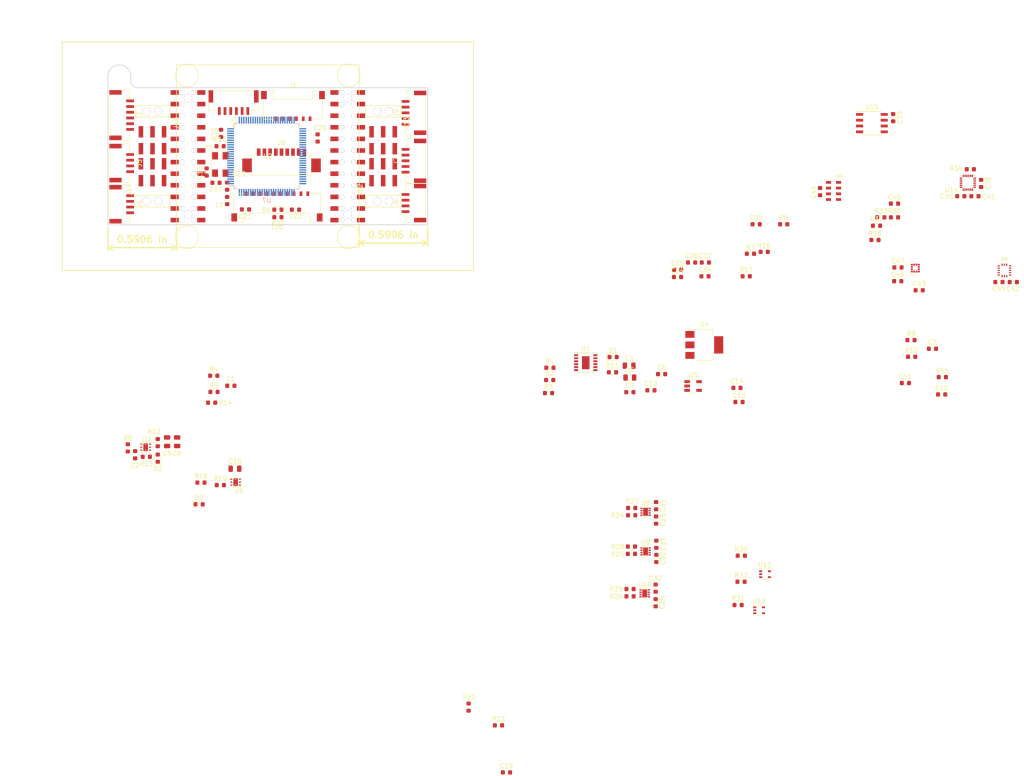
<source format=kicad_pcb>
(kicad_pcb (version 20171130) (host pcbnew "(5.0.0-3-g5ebb6b6)")
  (layers (0 F.Cu signal) (31 B.Cu signal) (34 B.Paste user) (35 F.Paste user) (36 B.SilkS user) (37 F.SilkS user) (38 B.Mask user) (39 F.Mask user) (44 Edge.Cuts user))
  (net 0 "")
  (net 1 /5V_in)
  (net 2 GND)
  (net 3 +5V)
  (net 4 /~SHDN_SENS)
  (net 5 /V_peripheral)
  (net 6 /I2C_POWER_EN)
  (net 7 /USB2_POWER_EN)
  (net 8 /USB3_POWER_EN)
  (net 9 /TELEM_POWER_EN)
  (net 10 /GPS_POWER_EN)
  (net 11 +3V3)
  (net 12 /NRST)
  (net 13 VDDA)
  (net 14 /RESET_CTRL_EN)
  (net 15 /BOOT)
  (net 16 /NANOPI_POWER_EN)
  (net 17 /V_SERVO)
  (net 18 /TELEM_POWER)
  (net 19 /TELEM_TX)
  (net 20 /TELEM_RX)
  (net 21 /TELEM_CTS)
  (net 22 /TELEM_RTS)
  (net 23 /GPS_I2C_SDA)
  (net 24 /GPS_I2C_SCL)
  (net 25 /GPS_RX)
  (net 26 /GPS_TX)
  (net 27 /GPS_POWER)
  (net 28 /SERVO12_PWM)
  (net 29 /SERVO11_PWM)
  (net 30 /SERVO10_PWM)
  (net 31 /SERVO9_PWM)
  (net 32 /SERVO13_PWM)
  (net 33 /SERVO14_PWM)
  (net 34 /SERVO15_PWM)
  (net 35 /SERVO16_PWM)
  (net 36 /LL_CTRL_POWER)
  (net 37 /USART2_RTS)
  (net 38 +3V3_NANOPI)
  (net 39 /USART2_CTS)
  (net 40 /STM_CTRL_RESET)
  (net 41 /USART2_TX)
  (net 42 /USART2_RX)
  (net 43 /STM_CTRL_BOOTLOADER)
  (net 44 +5V_NANOPI)
  (net 45 "Net-(D2-Pad1)")
  (net 46 /I_bat_sens)
  (net 47 /V_bat_sens)
  (net 48 "Net-(R2-Pad2)")
  (net 49 "Net-(R1-Pad2)")
  (net 50 "Net-(R11-Pad2)")
  (net 51 /NANOPI_I2C_SCL)
  (net 52 /NANOPI_I2C_SDA)
  (net 53 /USB3_D-)
  (net 54 /USB3_D+)
  (net 55 /USB2_D-)
  (net 56 /USB2_D+)
  (net 57 "Net-(R12-Pad1)")
  (net 58 "Net-(R13-Pad2)")
  (net 59 "Net-(R8-Pad1)")
  (net 60 "Net-(C13-Pad2)")
  (net 61 /3V3_SENS)
  (net 62 "Net-(R19-Pad2)")
  (net 63 "Net-(R18-Pad1)")
  (net 64 /5V_IN_ADC)
  (net 65 /V_SERVO_ADC)
  (net 66 /I_bat_adc)
  (net 67 /V_bat_adc)
  (net 68 /HEARTBEAT_LED)
  (net 69 "Net-(R22-Pad1)")
  (net 70 /RSSI/TELEM)
  (net 71 /SPI_SENS_SCLK)
  (net 72 /SPI_SENS_MISO)
  (net 73 /SPI_SENS_MOSI)
  (net 74 /~LSM_CS)
  (net 75 /~MPU_CS)
  (net 76 /H3LIS_INT)
  (net 77 /LIS3MDL_INT)
  (net 78 /MPU_INT)
  (net 79 "Net-(R21-Pad2)")
  (net 80 /I2C_SENS_SCL)
  (net 81 /I2C_SENS_SDA)
  (net 82 /I2C_POWER)
  (net 83 /USB2_POWER)
  (net 84 /USB3_POWER)
  (net 85 "Net-(C41-Pad1)")
  (net 86 "Net-(C47-Pad1)")
  (net 87 "Net-(D1-Pad1)")
  (net 88 "Net-(D3-Pad1)")
  (net 89 "Net-(D4-Pad1)")
  (net 90 /RC_IN)
  (net 91 /NPI_DBG_TX)
  (net 92 /NPI_DBG_RX)
  (net 93 /SPEAKER)
  (net 94 "Net-(C16-Pad1)")
  (net 95 "Net-(C17-Pad1)")
  (net 96 /STM_DBG_TX)
  (net 97 /STM_DBG_RX)
  (net 98 /ARM_LED)
  (net 99 /ARM_SWITCH)
  (net 100 /SWDIO)
  (net 101 /SWCLK)
  (net 102 /SERVO1_PWM)
  (net 103 /SERVO2_PWM)
  (net 104 /SERVO3_PWM)
  (net 105 /SERVO4_PWM)
  (net 106 /SERVO5_PWM)
  (net 107 /SERVO6_PWM)
  (net 108 /SERVO7_PWM)
  (net 109 /SERVO8_PWM)
  (net 110 /TIME_SYNC)
  (module footprints:pin_headers_smd_2x03_P2.54mm_horizontal (layer F.Cu) (at 75 41.5 90)
    (fp_text reference J15 (at 3.81 5.08 90) (layer F.SilkS))
    (fp_text value "Servo Left")
    (pad 14 thru_hole circle (at 6.35 1.27 90) (size 1.75 1.75) (drill 1.75) (layers *.Cu *.Mask))
    (pad 13 thru_hole circle (at 6.3 -1.27 90) (size 1.75 1.75) (drill 1.75) (layers *.Cu *.Mask))
    (pad 5 smd rect (at -2.54 2.54 90) (size 2.5 1) (drill (offset 0.69 0)) (layers F.Cu F.Paste F.Mask) (net 2 GND))
    (pad 3 smd rect (at -2.54 0 90) (size 2.5 1) (drill (offset 0.69 0)) (layers F.Cu F.Paste F.Mask) (net 17 /V_SERVO))
    (pad 6 smd rect (at 2.54 2.54 90) (size 2.5 1) (drill (offset -0.69 0)) (layers F.Cu F.Paste F.Mask) (net 2 GND))
    (pad 4 smd rect (at 2.54 0 90) (size 2.5 1) (drill (offset -0.69 0)) (layers F.Cu F.Paste F.Mask) (net 17 /V_SERVO))
    (pad 2 smd rect (at 2.54 -2.54 90) (size 2.5 1) (drill (offset -0.69 0)) (layers F.Cu F.Paste F.Mask) (net 109 /SERVO8_PWM))
    (pad 1 smd rect (at -2.54 -2.54 90) (size 2.5 1) (drill (offset 0.69 0)) (layers F.Cu F.Paste F.Mask) (net 107 /SERVO6_PWM))
  )
  (module footprints:pin_headers_smd_2x03_P2.54mm_horizontal (layer F.Cu) (at 75 48.5 270)
    (fp_text reference J14 (at 3.81 5.08 270) (layer F.SilkS))
    (fp_text value "Servo Left")
    (pad 14 thru_hole circle (at 6.35 1.27 270) (size 1.75 1.75) (drill 1.75) (layers *.Cu *.Mask))
    (pad 13 thru_hole circle (at 6.3 -1.27 270) (size 1.75 1.75) (drill 1.75) (layers *.Cu *.Mask))
    (pad 5 smd rect (at -2.54 2.54 270) (size 2.5 1) (drill (offset 0.69 0)) (layers F.Cu F.Paste F.Mask) (net 2 GND))
    (pad 3 smd rect (at -2.54 0 270) (size 2.5 1) (drill (offset 0.69 0)) (layers F.Cu F.Paste F.Mask) (net 17 /V_SERVO))
    (pad 6 smd rect (at 2.54 2.54 270) (size 2.5 1) (drill (offset -0.69 0)) (layers F.Cu F.Paste F.Mask) (net 2 GND))
    (pad 4 smd rect (at 2.54 0 270) (size 2.5 1) (drill (offset -0.69 0)) (layers F.Cu F.Paste F.Mask) (net 17 /V_SERVO))
    (pad 2 smd rect (at 2.54 -2.54 270) (size 2.5 1) (drill (offset -0.69 0)) (layers F.Cu F.Paste F.Mask) (net 108 /SERVO7_PWM))
    (pad 1 smd rect (at -2.54 -2.54 270) (size 2.5 1) (drill (offset 0.69 0)) (layers F.Cu F.Paste F.Mask) (net 106 /SERVO5_PWM))
  )
  (module footprints:pin_headers_smd_2x03_P2.54mm_horizontal (layer F.Cu) (at 125.5 48.5 270)
    (fp_text reference J12 (at 3.81 5.08 270) (layer F.SilkS))
    (fp_text value "Servo Left")
    (pad 14 thru_hole circle (at 6.35 1.27 270) (size 1.75 1.75) (drill 1.75) (layers *.Cu *.Mask))
    (pad 13 thru_hole circle (at 6.3 -1.27 270) (size 1.75 1.75) (drill 1.75) (layers *.Cu *.Mask))
    (pad 5 smd rect (at -2.54 2.54 270) (size 2.5 1) (drill (offset 0.69 0)) (layers F.Cu F.Paste F.Mask) (net 2 GND))
    (pad 3 smd rect (at -2.54 0 270) (size 2.5 1) (drill (offset 0.69 0)) (layers F.Cu F.Paste F.Mask) (net 17 /V_SERVO))
    (pad 6 smd rect (at 2.54 2.54 270) (size 2.5 1) (drill (offset -0.69 0)) (layers F.Cu F.Paste F.Mask) (net 2 GND))
    (pad 4 smd rect (at 2.54 0 270) (size 2.5 1) (drill (offset -0.69 0)) (layers F.Cu F.Paste F.Mask) (net 17 /V_SERVO))
    (pad 2 smd rect (at 2.54 -2.54 270) (size 2.5 1) (drill (offset -0.69 0)) (layers F.Cu F.Paste F.Mask) (net 104 /SERVO3_PWM))
    (pad 1 smd rect (at -2.54 -2.54 270) (size 2.5 1) (drill (offset 0.69 0)) (layers F.Cu F.Paste F.Mask) (net 102 /SERVO1_PWM))
  )
  (module footprints:pin_headers_smd_2x03_P2.54mm_horizontal (layer F.Cu) (at 125.5 41.5 90)
    (fp_text reference J13 (at 3.81 5.08 90) (layer F.SilkS))
    (fp_text value "Servo Left")
    (pad 14 thru_hole circle (at 6.35 1.27 90) (size 1.75 1.75) (drill 1.75) (layers *.Cu *.Mask))
    (pad 13 thru_hole circle (at 6.3 -1.27 90) (size 1.75 1.75) (drill 1.75) (layers *.Cu *.Mask))
    (pad 5 smd rect (at -2.54 2.54 90) (size 2.5 1) (drill (offset 0.69 0)) (layers F.Cu F.Paste F.Mask) (net 2 GND))
    (pad 3 smd rect (at -2.54 0 90) (size 2.5 1) (drill (offset 0.69 0)) (layers F.Cu F.Paste F.Mask) (net 17 /V_SERVO))
    (pad 6 smd rect (at 2.54 2.54 90) (size 2.5 1) (drill (offset -0.69 0)) (layers F.Cu F.Paste F.Mask) (net 2 GND))
    (pad 4 smd rect (at 2.54 0 90) (size 2.5 1) (drill (offset -0.69 0)) (layers F.Cu F.Paste F.Mask) (net 17 /V_SERVO))
    (pad 2 smd rect (at 2.54 -2.54 90) (size 2.5 1) (drill (offset -0.69 0)) (layers F.Cu F.Paste F.Mask) (net 105 /SERVO4_PWM))
    (pad 1 smd rect (at -2.54 -2.54 90) (size 2.5 1) (drill (offset 0.69 0)) (layers F.Cu F.Paste F.Mask) (net 103 /SERVO2_PWM))
  )
  (module footprints:H3LIS331DL (layer F.Cu) (at 261.5 70)
    (fp_text reference U18 (at 0 -2.5) (layer F.SilkS) (effects (font (size 0.5 0.5) (thickness 0.125))))
    (fp_text value H3LIS331DL)
    (pad 1 smd rect (at -1.25 -1) (size 0.5 0.25) (layers F.Cu F.Paste F.Mask) (net 61 /3V3_SENS))
    (pad 2 smd rect (at -1.25 -0.5) (size 0.5 0.25) (layers F.Cu F.Paste F.Mask))
    (pad 3 smd rect (at -1.25 0) (size 0.5 0.25) (layers F.Cu F.Paste F.Mask))
    (pad 5 smd rect (at -1.25 1) (size 0.5 0.25) (layers F.Cu F.Paste F.Mask) (net 2 GND))
    (pad 4 smd rect (at -1.25 0.5) (size 0.5 0.25) (layers F.Cu F.Paste F.Mask) (net 80 /I2C_SENS_SCL))
    (pad 10 smd rect (at 1.25 0.5) (size 0.5 0.25) (layers F.Cu F.Paste F.Mask) (net 2 GND))
    (pad 9 smd rect (at 1.25 1) (size 0.5 0.25) (layers F.Cu F.Paste F.Mask))
    (pad 11 smd rect (at 1.25 0) (size 0.5 0.25) (layers F.Cu F.Paste F.Mask) (net 76 /H3LIS_INT))
    (pad 12 smd rect (at 1.25 -0.5) (size 0.5 0.25) (layers F.Cu F.Paste F.Mask) (net 2 GND))
    (pad 13 smd rect (at 1.25 -1) (size 0.5 0.25) (layers F.Cu F.Paste F.Mask) (net 2 GND))
    (pad 6 smd rect (at -0.5 1.25 90) (size 0.5 0.25) (layers F.Cu F.Paste F.Mask) (net 81 /I2C_SENS_SDA))
    (pad 7 smd rect (at 0 1.25 90) (size 0.5 0.25) (layers F.Cu F.Paste F.Mask) (net 61 /3V3_SENS))
    (pad 8 smd rect (at 0.5 1.25 90) (size 0.5 0.25) (layers F.Cu F.Paste F.Mask) (net 61 /3V3_SENS))
    (pad 14 smd rect (at 0.5 -1.25 90) (size 0.5 0.25) (layers F.Cu F.Paste F.Mask) (net 61 /3V3_SENS))
    (pad 15 smd rect (at 0 -1.25 90) (size 0.5 0.25) (layers F.Cu F.Paste F.Mask) (net 61 /3V3_SENS))
    (pad 16 smd rect (at -0.5 -1.25 90) (size 0.5 0.25) (layers F.Cu F.Paste F.Mask) (net 2 GND))
  )
  (module footprints:TPS25200_WSON_6 (layer F.Cu) (at 93.2 116.35)
    (fp_text reference U6 (at 0.7 1.8) (layer F.SilkS))
    (fp_text value TPS25200)
    (pad 7 smd roundrect (at 0 0) (size 1 1.7) (layers F.Cu F.Paste F.Mask) (roundrect_rratio 0.17) (net 2 GND))
    (pad 7 thru_hole circle (at 0 0.55) (size 0.2 0.2) (drill 0.2) (layers *.Cu *.Paste *.Mask) (net 2 GND))
    (pad 7 thru_hole circle (at 0 -0.55) (size 0.2 0.2) (drill 0.2) (layers *.Cu *.Paste *.Mask) (net 2 GND))
    (pad 6 smd roundrect (at 0.975 -0.65) (size 0.45 0.3) (layers F.Cu F.Paste F.Mask) (roundrect_rratio 0.17) (net 3 +5V))
    (pad 5 smd roundrect (at 0.975 0) (size 0.45 0.3) (layers F.Cu F.Paste F.Mask) (roundrect_rratio 0.17) (net 2 GND))
    (pad 4 smd roundrect (at 0.975 0.65) (size 0.45 0.3) (layers F.Cu F.Paste F.Mask) (roundrect_rratio 0.17) (net 3 +5V))
    (pad 3 smd roundrect (at -0.975 0.65) (size 0.45 0.3) (layers F.Cu F.Paste F.Mask) (roundrect_rratio 0.17) (net 62 "Net-(R19-Pad2)"))
    (pad 2 smd roundrect (at -0.975 0) (size 0.45 0.3) (layers F.Cu F.Paste F.Mask) (roundrect_rratio 0.17) (net 63 "Net-(R18-Pad1)"))
    (pad 1 smd roundrect (at -0.975 -0.65) (size 0.45 0.3) (layers F.Cu F.Paste F.Mask) (roundrect_rratio 0.17) (net 5 /V_peripheral))
  )
  (module footprints:TPS25200_WSON_6 (layer F.Cu) (at 73.5 108.7 180)
    (fp_text reference U3 (at -0.15 1.75 180) (layer F.SilkS))
    (fp_text value TPS25200)
    (pad 7 smd roundrect (at 0 0 180) (size 1 1.7) (layers F.Cu F.Paste F.Mask) (roundrect_rratio 0.17) (net 2 GND))
    (pad 7 thru_hole circle (at 0 0.55 180) (size 0.2 0.2) (drill 0.2) (layers *.Cu *.Paste *.Mask) (net 2 GND))
    (pad 7 thru_hole circle (at 0 -0.55 180) (size 0.2 0.2) (drill 0.2) (layers *.Cu *.Paste *.Mask) (net 2 GND))
    (pad 6 smd roundrect (at 0.975 -0.65 180) (size 0.45 0.3) (layers F.Cu F.Paste F.Mask) (roundrect_rratio 0.17) (net 1 /5V_in))
    (pad 5 smd roundrect (at 0.975 0 180) (size 0.45 0.3) (layers F.Cu F.Paste F.Mask) (roundrect_rratio 0.17) (net 2 GND))
    (pad 4 smd roundrect (at 0.975 0.65 180) (size 0.45 0.3) (layers F.Cu F.Paste F.Mask) (roundrect_rratio 0.17) (net 59 "Net-(R8-Pad1)"))
    (pad 3 smd roundrect (at -0.975 0.65 180) (size 0.45 0.3) (layers F.Cu F.Paste F.Mask) (roundrect_rratio 0.17) (net 58 "Net-(R13-Pad2)"))
    (pad 2 smd roundrect (at -0.975 0 180) (size 0.45 0.3) (layers F.Cu F.Paste F.Mask) (roundrect_rratio 0.17) (net 57 "Net-(R12-Pad1)"))
    (pad 1 smd roundrect (at -0.975 -0.65 180) (size 0.45 0.3) (layers F.Cu F.Paste F.Mask) (roundrect_rratio 0.17) (net 3 +5V))
  )
  (module footprints:MPU-9250_QFN-24_0.4mm (layer F.Cu) (at 253.5 50.8)
    (fp_text reference U14 (at -3.55 1.6) (layer F.SilkS))
    (fp_text value MPU-9250)
    (pad 24 smd rect (at -1 -1.5 90) (size 0.55 0.25) (layers F.Cu F.Paste F.Mask) (net 73 /SPI_SENS_MOSI))
    (pad 23 smd rect (at -0.6 -1.5 90) (size 0.55 0.25) (layers F.Cu F.Paste F.Mask) (net 71 /SPI_SENS_SCLK))
    (pad 22 smd rect (at -0.2 -1.5 90) (size 0.55 0.25) (layers F.Cu F.Paste F.Mask) (net 75 /~MPU_CS))
    (pad 21 smd rect (at 0.2 -1.5 90) (size 0.55 0.25) (layers F.Cu F.Paste F.Mask))
    (pad 20 smd rect (at 0.6 -1.5 90) (size 0.55 0.25) (layers F.Cu F.Paste F.Mask))
    (pad 19 smd rect (at 1 -1.5 90) (size 0.55 0.25) (layers F.Cu F.Paste F.Mask))
    (pad 18 smd rect (at 1.5 -1) (size 0.55 0.25) (layers F.Cu F.Paste F.Mask) (net 2 GND))
    (pad 17 smd rect (at 1.5 -0.6) (size 0.55 0.25) (layers F.Cu F.Paste F.Mask))
    (pad 16 smd rect (at 1.5 -0.2) (size 0.55 0.25) (layers F.Cu F.Paste F.Mask))
    (pad 15 smd rect (at 1.5 0.2) (size 0.55 0.25) (layers F.Cu F.Paste F.Mask))
    (pad 14 smd rect (at 1.5 0.6) (size 0.55 0.25) (layers F.Cu F.Paste F.Mask))
    (pad 13 smd rect (at 1.5 1) (size 0.55 0.25) (layers F.Cu F.Paste F.Mask) (net 61 /3V3_SENS))
    (pad 12 smd rect (at 1 1.5 90) (size 0.55 0.25) (layers F.Cu F.Paste F.Mask) (net 78 /MPU_INT))
    (pad 11 smd rect (at 0.6 1.5 90) (size 0.55 0.25) (layers F.Cu F.Paste F.Mask))
    (pad 10 smd rect (at 0.2 1.5 90) (size 0.55 0.25) (layers F.Cu F.Paste F.Mask) (net 85 "Net-(C41-Pad1)"))
    (pad 9 smd rect (at -0.2 1.5 90) (size 0.55 0.25) (layers F.Cu F.Paste F.Mask) (net 72 /SPI_SENS_MISO))
    (pad 8 smd rect (at -0.6 1.5 90) (size 0.55 0.25) (layers F.Cu F.Paste F.Mask) (net 61 /3V3_SENS))
    (pad 7 smd rect (at -1 1.5 90) (size 0.55 0.25) (layers F.Cu F.Paste F.Mask))
    (pad 6 smd rect (at -1.5 1) (size 0.55 0.25) (layers F.Cu F.Paste F.Mask))
    (pad 5 smd rect (at -1.5 0.6) (size 0.55 0.25) (layers F.Cu F.Paste F.Mask))
    (pad 4 smd rect (at -1.5 0.2) (size 0.55 0.25) (layers F.Cu F.Paste F.Mask))
    (pad 3 smd rect (at -1.5 -0.2) (size 0.55 0.25) (layers F.Cu F.Paste F.Mask))
    (pad 2 smd rect (at -1.5 -0.6) (size 0.55 0.25) (layers F.Cu F.Paste F.Mask))
    (pad 1 smd rect (at -1.5 -1) (size 0.55 0.25) (layers F.Cu F.Paste F.Mask))
  )
  (module Capacitor_SMD:C_0603_1608Metric (layer F.Cu) (at 71.2 110.35 270)
    (fp_text reference C2 (at 2.35 0) (layer F.SilkS))
    (fp_text value 0.1uF)
    (pad 1 smd roundrect (at -0.7875 0 270) (size 0.875 0.95) (layers F.Cu F.Paste F.Mask) (net 1 /5V_in))
    (pad 2 smd roundrect (at 0.7875 0 270) (size 0.875 0.95) (layers F.Cu F.Paste F.Mask) (net 2 GND))
  )
  (module Connector_Molex:Molex_Pico-Lock_504050-0691_1x06-1MP_P1.50mm_Horizontal (layer F.Cu) (at 105.75 34)
    (fp_text reference J1 (at 0 -4.52) (layer F.SilkS))
    (fp_text value Conn_01x06)
    (pad 1 smd rect (at -3.75 2.795) (size 0.6 1) (layers F.Cu F.Paste F.Mask) (net 1 /5V_in))
    (pad 2 smd rect (at -2.25 2.795) (size 0.6 1) (layers F.Cu F.Paste F.Mask) (net 17 /V_SERVO))
    (pad 3 smd rect (at -0.75 2.795) (size 0.6 1) (layers F.Cu F.Paste F.Mask) (net 46 /I_bat_sens))
    (pad 4 smd rect (at 0.75 2.795) (size 0.6 1) (layers F.Cu F.Paste F.Mask) (net 47 /V_bat_sens))
    (pad 5 smd rect (at 2.25 2.795) (size 0.6 1) (layers F.Cu F.Paste F.Mask) (net 2 GND))
    (pad 6 smd rect (at 3.75 2.795) (size 0.6 1) (layers F.Cu F.Paste F.Mask) (net 2 GND))
    (pad MP smd rect (at -6.355 -2.395) (size 1.25 1.8) (layers F.Cu F.Paste F.Mask))
    (pad MP smd rect (at 6.355 -2.395) (size 1.25 1.8) (layers F.Cu F.Paste F.Mask))
  )
  (module Package_TO_SOT_SMD:TSOT-23-5 (layer F.Cu) (at 193.35 95.3)
    (fp_text reference U5 (at 0 -2.45) (layer F.SilkS))
    (fp_text value LT1761-3.3)
    (pad 1 smd rect (at -1.31 -0.95) (size 1.22 0.65) (layers F.Cu F.Paste F.Mask) (net 36 /LL_CTRL_POWER))
    (pad 2 smd rect (at -1.31 0) (size 1.22 0.65) (layers F.Cu F.Paste F.Mask) (net 2 GND))
    (pad 3 smd rect (at -1.31 0.95) (size 1.22 0.65) (layers F.Cu F.Paste F.Mask) (net 4 /~SHDN_SENS))
    (pad 4 smd rect (at 1.31 0.95) (size 1.22 0.65) (layers F.Cu F.Paste F.Mask) (net 60 "Net-(C13-Pad2)"))
    (pad 5 smd rect (at 1.31 -0.95) (size 1.22 0.65) (layers F.Cu F.Paste F.Mask) (net 61 /3V3_SENS))
  )
  (module Package_QFP:LQFP-100_14x14mm_P0.5mm (layer B.Cu) (at 100 45)
    (fp_text reference U7 (at 0 9.65) (layer B.SilkS) (effects (justify mirror)))
    (fp_text value STM32F303VETx)
    (pad 1 smd rect (at -7.9 6) (size 1.5 0.28) (layers B.Cu B.Paste B.Mask) (net 6 /I2C_POWER_EN))
    (pad 2 smd rect (at -7.9 5.5) (size 1.5 0.28) (layers B.Cu B.Paste B.Mask) (net 7 /USB2_POWER_EN))
    (pad 3 smd rect (at -7.9 5) (size 1.5 0.28) (layers B.Cu B.Paste B.Mask) (net 8 /USB3_POWER_EN))
    (pad 4 smd rect (at -7.9 4.5) (size 1.5 0.28) (layers B.Cu B.Paste B.Mask) (net 9 /TELEM_POWER_EN))
    (pad 5 smd rect (at -7.9 4) (size 1.5 0.28) (layers B.Cu B.Paste B.Mask) (net 10 /GPS_POWER_EN))
    (pad 6 smd rect (at -7.9 3.5) (size 1.5 0.28) (layers B.Cu B.Paste B.Mask) (net 11 +3V3))
    (pad 7 smd rect (at -7.9 3) (size 1.5 0.28) (layers B.Cu B.Paste B.Mask))
    (pad 8 smd rect (at -7.9 2.5) (size 1.5 0.28) (layers B.Cu B.Paste B.Mask))
    (pad 9 smd rect (at -7.9 2) (size 1.5 0.28) (layers B.Cu B.Paste B.Mask))
    (pad 10 smd rect (at -7.9 1.5) (size 1.5 0.28) (layers B.Cu B.Paste B.Mask))
    (pad 11 smd rect (at -7.9 1) (size 1.5 0.28) (layers B.Cu B.Paste B.Mask))
    (pad 12 smd rect (at -7.9 0.5) (size 1.5 0.28) (layers B.Cu B.Paste B.Mask) (net 94 "Net-(C16-Pad1)"))
    (pad 13 smd rect (at -7.9 0) (size 1.5 0.28) (layers B.Cu B.Paste B.Mask) (net 95 "Net-(C17-Pad1)"))
    (pad 14 smd rect (at -7.9 -0.5) (size 1.5 0.28) (layers B.Cu B.Paste B.Mask) (net 12 /NRST))
    (pad 15 smd rect (at -7.9 -1) (size 1.5 0.28) (layers B.Cu B.Paste B.Mask) (net 102 /SERVO1_PWM))
    (pad 16 smd rect (at -7.9 -1.5) (size 1.5 0.28) (layers B.Cu B.Paste B.Mask) (net 103 /SERVO2_PWM))
    (pad 17 smd rect (at -7.9 -2) (size 1.5 0.28) (layers B.Cu B.Paste B.Mask) (net 104 /SERVO3_PWM))
    (pad 18 smd rect (at -7.9 -2.5) (size 1.5 0.28) (layers B.Cu B.Paste B.Mask) (net 105 /SERVO4_PWM))
    (pad 19 smd rect (at -7.9 -3) (size 1.5 0.28) (layers B.Cu B.Paste B.Mask))
    (pad 20 smd rect (at -7.9 -3.5) (size 1.5 0.28) (layers B.Cu B.Paste B.Mask) (net 2 GND))
    (pad 21 smd rect (at -7.9 -4) (size 1.5 0.28) (layers B.Cu B.Paste B.Mask) (net 13 VDDA))
    (pad 22 smd rect (at -7.9 -4.5) (size 1.5 0.28) (layers B.Cu B.Paste B.Mask) (net 13 VDDA))
    (pad 23 smd rect (at -7.9 -5) (size 1.5 0.28) (layers B.Cu B.Paste B.Mask) (net 39 /USART2_CTS))
    (pad 24 smd rect (at -7.9 -5.5) (size 1.5 0.28) (layers B.Cu B.Paste B.Mask) (net 37 /USART2_RTS))
    (pad 25 smd rect (at -7.9 -6) (size 1.5 0.28) (layers B.Cu B.Paste B.Mask) (net 41 /USART2_TX))
    (pad 26 smd rect (at -6 -7.9 270) (size 1.5 0.28) (layers B.Cu B.Paste B.Mask) (net 42 /USART2_RX))
    (pad 27 smd rect (at -5.5 -7.9 270) (size 1.5 0.28) (layers B.Cu B.Paste B.Mask) (net 2 GND))
    (pad 28 smd rect (at -5 -7.9 270) (size 1.5 0.28) (layers B.Cu B.Paste B.Mask) (net 11 +3V3))
    (pad 29 smd rect (at -4.5 -7.9 270) (size 1.5 0.28) (layers B.Cu B.Paste B.Mask) (net 64 /5V_IN_ADC))
    (pad 30 smd rect (at -4 -7.9 270) (size 1.5 0.28) (layers B.Cu B.Paste B.Mask) (net 65 /V_SERVO_ADC))
    (pad 31 smd rect (at -3.5 -7.9 270) (size 1.5 0.28) (layers B.Cu B.Paste B.Mask) (net 66 /I_bat_adc))
    (pad 32 smd rect (at -3 -7.9 270) (size 1.5 0.28) (layers B.Cu B.Paste B.Mask) (net 67 /V_bat_adc))
    (pad 33 smd rect (at -2.5 -7.9 270) (size 1.5 0.28) (layers B.Cu B.Paste B.Mask) (net 96 /STM_DBG_TX))
    (pad 34 smd rect (at -2 -7.9 270) (size 1.5 0.28) (layers B.Cu B.Paste B.Mask) (net 97 /STM_DBG_RX))
    (pad 35 smd rect (at -1.5 -7.9 270) (size 1.5 0.28) (layers B.Cu B.Paste B.Mask) (net 34 /SERVO15_PWM))
    (pad 36 smd rect (at -1 -7.9 270) (size 1.5 0.28) (layers B.Cu B.Paste B.Mask) (net 35 /SERVO16_PWM))
    (pad 37 smd rect (at -0.5 -7.9 270) (size 1.5 0.28) (layers B.Cu B.Paste B.Mask))
    (pad 38 smd rect (at 0 -7.9 270) (size 1.5 0.28) (layers B.Cu B.Paste B.Mask) (net 14 /RESET_CTRL_EN))
    (pad 39 smd rect (at 0.5 -7.9 270) (size 1.5 0.28) (layers B.Cu B.Paste B.Mask) (net 68 /HEARTBEAT_LED))
    (pad 40 smd rect (at 1 -7.9 270) (size 1.5 0.28) (layers B.Cu B.Paste B.Mask) (net 98 /ARM_LED))
    (pad 41 smd rect (at 1.5 -7.9 270) (size 1.5 0.28) (layers B.Cu B.Paste B.Mask) (net 99 /ARM_SWITCH))
    (pad 42 smd rect (at 2 -7.9 270) (size 1.5 0.28) (layers B.Cu B.Paste B.Mask))
    (pad 43 smd rect (at 2.5 -7.9 270) (size 1.5 0.28) (layers B.Cu B.Paste B.Mask))
    (pad 44 smd rect (at 3 -7.9 270) (size 1.5 0.28) (layers B.Cu B.Paste B.Mask))
    (pad 45 smd rect (at 3.5 -7.9 270) (size 1.5 0.28) (layers B.Cu B.Paste B.Mask))
    (pad 46 smd rect (at 4 -7.9 270) (size 1.5 0.28) (layers B.Cu B.Paste B.Mask))
    (pad 47 smd rect (at 4.5 -7.9 270) (size 1.5 0.28) (layers B.Cu B.Paste B.Mask) (net 69 "Net-(R22-Pad1)"))
    (pad 48 smd rect (at 5 -7.9 270) (size 1.5 0.28) (layers B.Cu B.Paste B.Mask) (net 70 /RSSI/TELEM))
    (pad 49 smd rect (at 5.5 -7.9 270) (size 1.5 0.28) (layers B.Cu B.Paste B.Mask) (net 2 GND))
    (pad 50 smd rect (at 6 -7.9 270) (size 1.5 0.28) (layers B.Cu B.Paste B.Mask) (net 11 +3V3))
    (pad 51 smd rect (at 7.9 -6) (size 1.5 0.28) (layers B.Cu B.Paste B.Mask))
    (pad 52 smd rect (at 7.9 -5.5) (size 1.5 0.28) (layers B.Cu B.Paste B.Mask) (net 71 /SPI_SENS_SCLK))
    (pad 53 smd rect (at 7.9 -5) (size 1.5 0.28) (layers B.Cu B.Paste B.Mask) (net 72 /SPI_SENS_MISO))
    (pad 54 smd rect (at 7.9 -4.5) (size 1.5 0.28) (layers B.Cu B.Paste B.Mask) (net 73 /SPI_SENS_MOSI))
    (pad 55 smd rect (at 7.9 -4) (size 1.5 0.28) (layers B.Cu B.Paste B.Mask))
    (pad 56 smd rect (at 7.9 -3.5) (size 1.5 0.28) (layers B.Cu B.Paste B.Mask) (net 110 /TIME_SYNC))
    (pad 57 smd rect (at 7.9 -3) (size 1.5 0.28) (layers B.Cu B.Paste B.Mask) (net 74 /~LSM_CS))
    (pad 58 smd rect (at 7.9 -2.5) (size 1.5 0.28) (layers B.Cu B.Paste B.Mask) (net 75 /~MPU_CS))
    (pad 59 smd rect (at 7.9 -2) (size 1.5 0.28) (layers B.Cu B.Paste B.Mask) (net 76 /H3LIS_INT))
    (pad 60 smd rect (at 7.9 -1.5) (size 1.5 0.28) (layers B.Cu B.Paste B.Mask) (net 77 /LIS3MDL_INT))
    (pad 61 smd rect (at 7.9 -1) (size 1.5 0.28) (layers B.Cu B.Paste B.Mask) (net 78 /MPU_INT))
    (pad 62 smd rect (at 7.9 -0.5) (size 1.5 0.28) (layers B.Cu B.Paste B.Mask))
    (pad 63 smd rect (at 7.9 0) (size 1.5 0.28) (layers B.Cu B.Paste B.Mask) (net 106 /SERVO5_PWM))
    (pad 64 smd rect (at 7.9 0.5) (size 1.5 0.28) (layers B.Cu B.Paste B.Mask) (net 107 /SERVO6_PWM))
    (pad 65 smd rect (at 7.9 1) (size 1.5 0.28) (layers B.Cu B.Paste B.Mask) (net 108 /SERVO7_PWM))
    (pad 66 smd rect (at 7.9 1.5) (size 1.5 0.28) (layers B.Cu B.Paste B.Mask) (net 109 /SERVO8_PWM))
    (pad 67 smd rect (at 7.9 2) (size 1.5 0.28) (layers B.Cu B.Paste B.Mask))
    (pad 68 smd rect (at 7.9 2.5) (size 1.5 0.28) (layers B.Cu B.Paste B.Mask) (net 24 /GPS_I2C_SCL))
    (pad 69 smd rect (at 7.9 3) (size 1.5 0.28) (layers B.Cu B.Paste B.Mask) (net 23 /GPS_I2C_SDA))
    (pad 70 smd rect (at 7.9 3.5) (size 1.5 0.28) (layers B.Cu B.Paste B.Mask) (net 31 /SERVO9_PWM))
    (pad 71 smd rect (at 7.9 4) (size 1.5 0.28) (layers B.Cu B.Paste B.Mask) (net 30 /SERVO10_PWM))
    (pad 72 smd rect (at 7.9 4.5) (size 1.5 0.28) (layers B.Cu B.Paste B.Mask) (net 100 /SWDIO))
    (pad 73 smd rect (at 7.9 5) (size 1.5 0.28) (layers B.Cu B.Paste B.Mask))
    (pad 74 smd rect (at 7.9 5.5) (size 1.5 0.28) (layers B.Cu B.Paste B.Mask) (net 2 GND))
    (pad 75 smd rect (at 7.9 6) (size 1.5 0.28) (layers B.Cu B.Paste B.Mask) (net 11 +3V3))
    (pad 76 smd rect (at 6 7.9 270) (size 1.5 0.28) (layers B.Cu B.Paste B.Mask) (net 101 /SWCLK))
    (pad 77 smd rect (at 5.5 7.9 270) (size 1.5 0.28) (layers B.Cu B.Paste B.Mask))
    (pad 78 smd rect (at 5 7.9 270) (size 1.5 0.28) (layers B.Cu B.Paste B.Mask) (net 26 /GPS_TX))
    (pad 79 smd rect (at 4.5 7.9 270) (size 1.5 0.28) (layers B.Cu B.Paste B.Mask) (net 25 /GPS_RX))
    (pad 80 smd rect (at 4 7.9 270) (size 1.5 0.28) (layers B.Cu B.Paste B.Mask))
    (pad 81 smd rect (at 3.5 7.9 270) (size 1.5 0.28) (layers B.Cu B.Paste B.Mask))
    (pad 82 smd rect (at 3 7.9 270) (size 1.5 0.28) (layers B.Cu B.Paste B.Mask))
    (pad 83 smd rect (at 2.5 7.9 270) (size 1.5 0.28) (layers B.Cu B.Paste B.Mask) (net 79 "Net-(R21-Pad2)"))
    (pad 84 smd rect (at 2 7.9 270) (size 1.5 0.28) (layers B.Cu B.Paste B.Mask))
    (pad 85 smd rect (at 1.5 7.9 270) (size 1.5 0.28) (layers B.Cu B.Paste B.Mask))
    (pad 86 smd rect (at 1 7.9 270) (size 1.5 0.28) (layers B.Cu B.Paste B.Mask))
    (pad 87 smd rect (at 0.5 7.9 270) (size 1.5 0.28) (layers B.Cu B.Paste B.Mask))
    (pad 88 smd rect (at 0 7.9 270) (size 1.5 0.28) (layers B.Cu B.Paste B.Mask))
    (pad 89 smd rect (at -0.5 7.9 270) (size 1.5 0.28) (layers B.Cu B.Paste B.Mask))
    (pad 90 smd rect (at -1 7.9 270) (size 1.5 0.28) (layers B.Cu B.Paste B.Mask) (net 32 /SERVO13_PWM))
    (pad 91 smd rect (at -1.5 7.9 270) (size 1.5 0.28) (layers B.Cu B.Paste B.Mask) (net 33 /SERVO14_PWM))
    (pad 92 smd rect (at -2 7.9 270) (size 1.5 0.28) (layers B.Cu B.Paste B.Mask) (net 80 /I2C_SENS_SCL))
    (pad 93 smd rect (at -2.5 7.9 270) (size 1.5 0.28) (layers B.Cu B.Paste B.Mask) (net 81 /I2C_SENS_SDA))
    (pad 94 smd rect (at -3 7.9 270) (size 1.5 0.28) (layers B.Cu B.Paste B.Mask) (net 15 /BOOT))
    (pad 95 smd rect (at -3.5 7.9 270) (size 1.5 0.28) (layers B.Cu B.Paste B.Mask) (net 29 /SERVO11_PWM))
    (pad 96 smd rect (at -4 7.9 270) (size 1.5 0.28) (layers B.Cu B.Paste B.Mask) (net 28 /SERVO12_PWM))
    (pad 97 smd rect (at -4.5 7.9 270) (size 1.5 0.28) (layers B.Cu B.Paste B.Mask) (net 4 /~SHDN_SENS))
    (pad 98 smd rect (at -5 7.9 270) (size 1.5 0.28) (layers B.Cu B.Paste B.Mask) (net 16 /NANOPI_POWER_EN))
    (pad 99 smd rect (at -5.5 7.9 270) (size 1.5 0.28) (layers B.Cu B.Paste B.Mask) (net 2 GND))
    (pad 100 smd rect (at -6 7.9 270) (size 1.5 0.28) (layers B.Cu B.Paste B.Mask) (net 11 +3V3))
  )
  (module Package_TO_SOT_SMD:SOT-353_SC-70-5 (layer F.Cu) (at 209.1 136.5)
    (fp_text reference U11 (at 0 -2) (layer F.SilkS))
    (fp_text value SN74LVC1G08)
    (pad 1 smd rect (at -0.95 -0.65) (size 0.65 0.4) (layers F.Cu F.Paste F.Mask) (net 14 /RESET_CTRL_EN))
    (pad 3 smd rect (at -0.95 0.65) (size 0.65 0.4) (layers F.Cu F.Paste F.Mask) (net 2 GND))
    (pad 2 smd rect (at -0.95 0) (size 0.65 0.4) (layers F.Cu F.Paste F.Mask) (net 43 /STM_CTRL_BOOTLOADER))
    (pad 4 smd rect (at 0.95 0.65) (size 0.65 0.4) (layers F.Cu F.Paste F.Mask) (net 15 /BOOT))
    (pad 5 smd rect (at 0.95 -0.65) (size 0.65 0.4) (layers F.Cu F.Paste F.Mask) (net 11 +3V3))
  )
  (module Package_TO_SOT_SMD:SOT-353_SC-70-5 (layer F.Cu) (at 207.8 144.4)
    (fp_text reference U12 (at 0 -2) (layer F.SilkS))
    (fp_text value SN74LVC1G38)
    (pad 5 smd rect (at 0.95 -0.65) (size 0.65 0.4) (layers F.Cu F.Paste F.Mask) (net 11 +3V3))
    (pad 4 smd rect (at 0.95 0.65) (size 0.65 0.4) (layers F.Cu F.Paste F.Mask) (net 12 /NRST))
    (pad 2 smd rect (at -0.95 0) (size 0.65 0.4) (layers F.Cu F.Paste F.Mask) (net 40 /STM_CTRL_RESET))
    (pad 3 smd rect (at -0.95 0.65) (size 0.65 0.4) (layers F.Cu F.Paste F.Mask) (net 2 GND))
    (pad 1 smd rect (at -0.95 -0.65) (size 0.65 0.4) (layers F.Cu F.Paste F.Mask) (net 14 /RESET_CTRL_EN))
  )
  (module Package_DFN_QFN:DFN-8-1EP_2x2mm_P0.5mm_EP1.05x1.75mm (layer F.Cu) (at 182.95 122.85)
    (fp_text reference U8 (at 0 -2) (layer F.SilkS))
    (fp_text value SiP32414)
    (pad 1 smd rect (at -0.9 -0.75) (size 0.5 0.3) (layers F.Cu F.Paste F.Mask) (net 3 +5V))
    (pad 2 smd rect (at -0.9 -0.25) (size 0.5 0.3) (layers F.Cu F.Paste F.Mask) (net 16 /NANOPI_POWER_EN))
    (pad 3 smd rect (at -0.9 0.25) (size 0.5 0.3) (layers F.Cu F.Paste F.Mask) (net 6 /I2C_POWER_EN))
    (pad 4 smd rect (at -0.9 0.75) (size 0.5 0.3) (layers F.Cu F.Paste F.Mask) (net 5 /V_peripheral))
    (pad 5 smd rect (at 0.9 0.75) (size 0.5 0.3) (layers F.Cu F.Paste F.Mask) (net 82 /I2C_POWER))
    (pad 6 smd rect (at 0.9 0.25) (size 0.5 0.3) (layers F.Cu F.Paste F.Mask) (net 2 GND))
    (pad 7 smd rect (at 0.9 -0.25) (size 0.5 0.3) (layers F.Cu F.Paste F.Mask) (net 2 GND))
    (pad 8 smd rect (at 0.9 -0.75) (size 0.5 0.3) (layers F.Cu F.Paste F.Mask) (net 44 +5V_NANOPI))
    (pad 9 smd rect (at 0 0) (size 1.05 1.75) (layers F.Cu F.Mask))
  )
  (module Package_DFN_QFN:DFN-8-1EP_2x2mm_P0.5mm_EP1.05x1.75mm (layer F.Cu) (at 182.95 131.5125)
    (fp_text reference U9 (at 0 -2) (layer F.SilkS))
    (fp_text value SiP32414)
    (pad 9 smd rect (at 0 0) (size 1.05 1.75) (layers F.Cu F.Mask))
    (pad 8 smd rect (at 0.9 -0.75) (size 0.5 0.3) (layers F.Cu F.Paste F.Mask) (net 83 /USB2_POWER))
    (pad 7 smd rect (at 0.9 -0.25) (size 0.5 0.3) (layers F.Cu F.Paste F.Mask) (net 2 GND))
    (pad 6 smd rect (at 0.9 0.25) (size 0.5 0.3) (layers F.Cu F.Paste F.Mask) (net 2 GND))
    (pad 5 smd rect (at 0.9 0.75) (size 0.5 0.3) (layers F.Cu F.Paste F.Mask) (net 84 /USB3_POWER))
    (pad 4 smd rect (at -0.9 0.75) (size 0.5 0.3) (layers F.Cu F.Paste F.Mask) (net 5 /V_peripheral))
    (pad 3 smd rect (at -0.9 0.25) (size 0.5 0.3) (layers F.Cu F.Paste F.Mask) (net 8 /USB3_POWER_EN))
    (pad 2 smd rect (at -0.9 -0.25) (size 0.5 0.3) (layers F.Cu F.Paste F.Mask) (net 7 /USB2_POWER_EN))
    (pad 1 smd rect (at -0.9 -0.75) (size 0.5 0.3) (layers F.Cu F.Paste F.Mask) (net 5 /V_peripheral))
  )
  (module Package_DFN_QFN:DFN-8-1EP_2x2mm_P0.5mm_EP1.05x1.75mm (layer F.Cu) (at 182.75 140.7)
    (fp_text reference U10 (at 0 -2) (layer F.SilkS))
    (fp_text value SiP32414)
    (pad 1 smd rect (at -0.9 -0.75) (size 0.5 0.3) (layers F.Cu F.Paste F.Mask) (net 5 /V_peripheral))
    (pad 2 smd rect (at -0.9 -0.25) (size 0.5 0.3) (layers F.Cu F.Paste F.Mask) (net 9 /TELEM_POWER_EN))
    (pad 3 smd rect (at -0.9 0.25) (size 0.5 0.3) (layers F.Cu F.Paste F.Mask) (net 10 /GPS_POWER_EN))
    (pad 4 smd rect (at -0.9 0.75) (size 0.5 0.3) (layers F.Cu F.Paste F.Mask) (net 5 /V_peripheral))
    (pad 5 smd rect (at 0.9 0.75) (size 0.5 0.3) (layers F.Cu F.Paste F.Mask) (net 27 /GPS_POWER))
    (pad 6 smd rect (at 0.9 0.25) (size 0.5 0.3) (layers F.Cu F.Paste F.Mask) (net 2 GND))
    (pad 7 smd rect (at 0.9 -0.25) (size 0.5 0.3) (layers F.Cu F.Paste F.Mask) (net 2 GND))
    (pad 8 smd rect (at 0.9 -0.75) (size 0.5 0.3) (layers F.Cu F.Paste F.Mask) (net 18 /TELEM_POWER))
    (pad 9 smd rect (at 0 0) (size 1.05 1.75) (layers F.Cu F.Mask))
  )
  (module Connector_JST:JST_GH_SM06B-GHS-TB_1x06-1MP_P1.25mm_Horizontal (layer F.Cu) (at 68.25 36 270)
    (fp_text reference J2 (at 0 -3.9 270) (layer F.SilkS))
    (fp_text value TELEM)
    (pad 1 smd rect (at -3.125 -1.85 270) (size 0.6 1.7) (layers F.Cu F.Paste F.Mask) (net 18 /TELEM_POWER))
    (pad 2 smd rect (at -1.875 -1.85 270) (size 0.6 1.7) (layers F.Cu F.Paste F.Mask) (net 19 /TELEM_TX))
    (pad 3 smd rect (at -0.625 -1.85 270) (size 0.6 1.7) (layers F.Cu F.Paste F.Mask) (net 20 /TELEM_RX))
    (pad 4 smd rect (at 0.625 -1.85 270) (size 0.6 1.7) (layers F.Cu F.Paste F.Mask) (net 21 /TELEM_CTS))
    (pad 5 smd rect (at 1.875 -1.85 270) (size 0.6 1.7) (layers F.Cu F.Paste F.Mask) (net 22 /TELEM_RTS))
    (pad 6 smd rect (at 3.125 -1.85 270) (size 0.6 1.7) (layers F.Cu F.Paste F.Mask) (net 2 GND))
    (pad MP smd rect (at -4.975 1.35 270) (size 1 2.7) (layers F.Cu F.Paste F.Mask))
    (pad MP smd rect (at 4.975 1.35 270) (size 1 2.7) (layers F.Cu F.Paste F.Mask))
  )
  (module Connector_JST:JST_GH_SM06B-GHS-TB_1x06-1MP_P1.25mm_Horizontal (layer F.Cu) (at 92.75 33.25 180)
    (fp_text reference J3 (at 0 -3.9 180) (layer F.SilkS))
    (fp_text value GPS)
    (pad MP smd rect (at 4.975 1.35 180) (size 1 2.7) (layers F.Cu F.Paste F.Mask))
    (pad MP smd rect (at -4.975 1.35 180) (size 1 2.7) (layers F.Cu F.Paste F.Mask))
    (pad 6 smd rect (at 3.125 -1.85 180) (size 0.6 1.7) (layers F.Cu F.Paste F.Mask) (net 2 GND))
    (pad 5 smd rect (at 1.875 -1.85 180) (size 0.6 1.7) (layers F.Cu F.Paste F.Mask) (net 23 /GPS_I2C_SDA))
    (pad 4 smd rect (at 0.625 -1.85 180) (size 0.6 1.7) (layers F.Cu F.Paste F.Mask) (net 24 /GPS_I2C_SCL))
    (pad 3 smd rect (at -0.625 -1.85 180) (size 0.6 1.7) (layers F.Cu F.Paste F.Mask) (net 25 /GPS_RX))
    (pad 2 smd rect (at -1.875 -1.85 180) (size 0.6 1.7) (layers F.Cu F.Paste F.Mask) (net 26 /GPS_TX))
    (pad 1 smd rect (at -3.125 -1.85 180) (size 0.6 1.7) (layers F.Cu F.Paste F.Mask) (net 27 /GPS_POWER))
  )
  (module Package_SO:MSOP-12-1EP_3x4mm_P0.65mm_EP1.65x2.85mm (layer F.Cu) (at 169.85 90.2)
    (fp_text reference U1 (at 0 -3.05) (layer F.SilkS))
    (fp_text value LTC4419)
    (pad 1 smd rect (at -2.105 -1.625) (size 0.89 0.42) (layers F.Cu F.Paste F.Mask) (net 3 +5V))
    (pad 2 smd rect (at -2.105 -0.975) (size 0.89 0.42) (layers F.Cu F.Paste F.Mask))
    (pad 3 smd rect (at -2.105 -0.325) (size 0.89 0.42) (layers F.Cu F.Paste F.Mask) (net 48 "Net-(R2-Pad2)"))
    (pad 4 smd rect (at -2.105 0.325) (size 0.89 0.42) (layers F.Cu F.Paste F.Mask) (net 49 "Net-(R1-Pad2)"))
    (pad 5 smd rect (at -2.105 0.975) (size 0.89 0.42) (layers F.Cu F.Paste F.Mask) (net 2 GND))
    (pad 6 smd rect (at -2.105 1.625) (size 0.89 0.42) (layers F.Cu F.Paste F.Mask) (net 50 "Net-(R11-Pad2)"))
    (pad 7 smd rect (at 2.105 1.625) (size 0.89 0.42) (layers F.Cu F.Paste F.Mask))
    (pad 8 smd rect (at 2.105 0.975) (size 0.89 0.42) (layers F.Cu F.Paste F.Mask))
    (pad 9 smd rect (at 2.105 0.325) (size 0.89 0.42) (layers F.Cu F.Paste F.Mask) (net 36 /LL_CTRL_POWER))
    (pad 10 smd rect (at 2.105 -0.325) (size 0.89 0.42) (layers F.Cu F.Paste F.Mask) (net 2 GND))
    (pad 11 smd rect (at 2.105 -0.975) (size 0.89 0.42) (layers F.Cu F.Paste F.Mask))
    (pad 12 smd rect (at 2.105 -1.625) (size 0.89 0.42) (layers F.Cu F.Paste F.Mask) (net 17 /V_SERVO))
    (pad 13 smd rect (at 0 0) (size 1.65 2.85) (layers F.Cu F.Mask) (net 2 GND))
  )
  (module Package_TO_SOT_SMD:SOT-223 (layer F.Cu) (at 195.8 86.3)
    (fp_text reference U4 (at 0 -4.5) (layer F.SilkS))
    (fp_text value LT1963EST-3.3)
    (pad 4 smd rect (at 3.15 0) (size 2 3.8) (layers F.Cu F.Paste F.Mask) (net 2 GND))
    (pad 2 smd rect (at -3.15 0) (size 2 1.5) (layers F.Cu F.Paste F.Mask) (net 2 GND))
    (pad 3 smd rect (at -3.15 2.3) (size 2 1.5) (layers F.Cu F.Paste F.Mask) (net 11 +3V3))
    (pad 1 smd rect (at -3.15 -2.3) (size 2 1.5) (layers F.Cu F.Paste F.Mask) (net 36 /LL_CTRL_POWER))
  )
  (module footprints:NanoPi_Header (layer F.Cu) (at 100.25 45)
    (fp_text reference U2 (at 0 0) (layer F.SilkS))
    (fp_text value NanoPi_Air_1.1)
    (pad B24 smd rect (at -20.39 13.982) (size 1.78 1) (layers F.Cu F.Paste F.Mask))
    (pad B23 smd rect (at -14.57 13.982) (size 1.78 1) (layers F.Cu F.Paste F.Mask))
    (pad B22 smd rect (at -20.39 11.442) (size 1.78 1) (layers F.Cu F.Paste F.Mask) (net 20 /TELEM_RX))
    (pad B21 smd rect (at -14.57 11.442) (size 1.78 1) (layers F.Cu F.Paste F.Mask))
    (pad B20 smd rect (at -20.39 8.902) (size 1.78 1) (layers F.Cu F.Paste F.Mask) (net 2 GND))
    (pad B19 smd rect (at -14.57 8.902) (size 1.78 1) (layers F.Cu F.Paste F.Mask))
    (pad B18 smd rect (at -20.39 6.362) (size 1.78 1) (layers F.Cu F.Paste F.Mask) (net 37 /USART2_RTS))
    (pad B17 smd rect (at -14.57 6.362) (size 1.78 1) (layers F.Cu F.Paste F.Mask) (net 38 +3V3_NANOPI))
    (pad B16 smd rect (at -20.39 3.822) (size 1.78 1) (layers F.Cu F.Paste F.Mask) (net 39 /USART2_CTS))
    (pad B15 smd rect (at -14.57 3.822) (size 1.78 1) (layers F.Cu F.Paste F.Mask) (net 21 /TELEM_CTS))
    (pad B14 smd rect (at -20.39 1.282) (size 1.78 1) (layers F.Cu F.Paste F.Mask) (net 2 GND))
    (pad B13 smd rect (at -14.57 1.282) (size 1.78 1) (layers F.Cu F.Paste F.Mask) (net 22 /TELEM_RTS))
    (pad B12 smd rect (at -20.39 -1.258) (size 1.78 1) (layers F.Cu F.Paste F.Mask) (net 40 /STM_CTRL_RESET))
    (pad B11 smd rect (at -14.57 -1.258) (size 1.78 1) (layers F.Cu F.Paste F.Mask) (net 19 /TELEM_TX))
    (pad B10 smd rect (at -20.39 -3.798) (size 1.78 1) (layers F.Cu F.Paste F.Mask) (net 41 /USART2_TX))
    (pad B9 smd rect (at -14.57 -3.798) (size 1.78 1) (layers F.Cu F.Paste F.Mask) (net 2 GND))
    (pad B8 smd rect (at -20.39 -6.338) (size 1.78 1) (layers F.Cu F.Paste F.Mask) (net 42 /USART2_RX))
    (pad B7 smd rect (at -14.57 -6.338) (size 1.78 1) (layers F.Cu F.Paste F.Mask) (net 43 /STM_CTRL_BOOTLOADER))
    (pad B6 smd rect (at -20.39 -8.878) (size 1.78 1) (layers F.Cu F.Paste F.Mask) (net 2 GND))
    (pad B5 smd rect (at -14.57 -8.878) (size 1.78 1) (layers F.Cu F.Paste F.Mask) (net 51 /NANOPI_I2C_SCL))
    (pad B4 smd rect (at -20.39 -11.418) (size 1.78 1) (layers F.Cu F.Paste F.Mask) (net 44 +5V_NANOPI))
    (pad B3 smd rect (at -14.57 -11.418) (size 1.78 1) (layers F.Cu F.Paste F.Mask) (net 52 /NANOPI_I2C_SDA))
    (pad B2 smd rect (at -20.39 -13.958) (size 1.78 1.02) (layers F.Cu F.Paste F.Mask) (net 44 +5V_NANOPI))
    (pad B1 smd rect (at -14.57 -13.958) (size 1.78 1.02) (layers F.Cu F.Paste F.Mask) (net 38 +3V3_NANOPI))
    (pad "" thru_hole circle (at -18.75 -13.958) (size 1.02 1.02) (drill 1.02) (layers *.Cu *.Mask))
    (pad "" thru_hole circle (at -16.21 -13.958) (size 1.02 1.02) (drill 1.02) (layers *.Cu *.Mask))
    (pad "" thru_hole circle (at -17.48 -12.688) (size 1.8 1.8) (drill 1.8) (layers *.Cu *.Mask))
    (pad "" thru_hole circle (at -18.75 -11.418) (size 1.02 1.02) (drill 1.02) (layers *.Cu *.Mask))
    (pad "" thru_hole circle (at -16.21 -11.418) (size 1.02 1.02) (drill 1.02) (layers *.Cu *.Mask))
    (pad "" thru_hole circle (at -18.75 -6.338) (size 1.02 1.02) (drill 1.02) (layers *.Cu *.Mask))
    (pad "" thru_hole circle (at -16.21 -6.338) (size 1.02 1.02) (drill 1.02) (layers *.Cu *.Mask))
    (pad "" thru_hole circle (at -18.75 -8.878) (size 1.02 1.02) (drill 1.02) (layers *.Cu *.Mask))
    (pad "" thru_hole circle (at -16.21 -8.878) (size 1.02 1.02) (drill 1.02) (layers *.Cu *.Mask))
    (pad "" thru_hole circle (at -18.75 -1.258) (size 1.02 1.02) (drill 1.02) (layers *.Cu *.Mask))
    (pad "" thru_hole circle (at -16.21 -1.258) (size 1.02 1.02) (drill 1.02) (layers *.Cu *.Mask))
    (pad "" thru_hole circle (at -18.75 3.822) (size 1.02 1.02) (drill 1.02) (layers *.Cu *.Mask))
    (pad "" thru_hole circle (at -16.21 3.822) (size 1.02 1.02) (drill 1.02) (layers *.Cu *.Mask))
    (pad "" thru_hole circle (at -18.75 1.282) (size 1.02 1.02) (drill 1.02) (layers *.Cu *.Mask))
    (pad "" thru_hole circle (at -16.21 1.282) (size 1.02 1.02) (drill 1.02) (layers *.Cu *.Mask))
    (pad "" thru_hole circle (at -18.75 -3.798) (size 1.02 1.02) (drill 1.02) (layers *.Cu *.Mask))
    (pad "" thru_hole circle (at -16.21 -3.798) (size 1.02 1.02) (drill 1.02) (layers *.Cu *.Mask))
    (pad "" thru_hole circle (at -18.75 8.902) (size 1.02 1.02) (drill 1.02) (layers *.Cu *.Mask))
    (pad "" thru_hole circle (at -16.21 8.902) (size 1.02 1.02) (drill 1.02) (layers *.Cu *.Mask))
    (pad "" thru_hole circle (at -18.75 13.982) (size 1.02 1.02) (drill 1.02) (layers *.Cu *.Mask))
    (pad "" thru_hole circle (at -16.21 13.982) (size 1.02 1.02) (drill 1.02) (layers *.Cu *.Mask))
    (pad "" thru_hole circle (at -18.75 11.442) (size 1.02 1.02) (drill 1.02) (layers *.Cu *.Mask))
    (pad "" thru_hole circle (at -16.21 11.442) (size 1.02 1.02) (drill 1.02) (layers *.Cu *.Mask))
    (pad "" thru_hole circle (at -18.75 6.362) (size 1.02 1.02) (drill 1.02) (layers *.Cu *.Mask))
    (pad "" thru_hole circle (at -16.21 6.362) (size 1.02 1.02) (drill 1.02) (layers *.Cu *.Mask))
    (pad "" thru_hole circle (at -17.48 12.712) (size 1.8 1.8) (drill 1.8) (layers *.Cu *.Mask))
    (pad A22 smd rect (at 14.58 11.442) (size 1.78 1) (layers F.Cu F.Paste F.Mask) (net 44 +5V_NANOPI))
    (pad A21 smd rect (at 20.4 11.442) (size 1.78 1) (layers F.Cu F.Paste F.Mask))
    (pad A20 smd rect (at 14.58 8.902) (size 1.78 1) (layers F.Cu F.Paste F.Mask) (net 91 /NPI_DBG_TX))
    (pad A19 smd rect (at 20.4 8.902) (size 1.78 1) (layers F.Cu F.Paste F.Mask))
    (pad A18 smd rect (at 14.58 6.362) (size 1.78 1) (layers F.Cu F.Paste F.Mask) (net 92 /NPI_DBG_RX))
    (pad A17 smd rect (at 20.4 6.362) (size 1.78 1) (layers F.Cu F.Paste F.Mask))
    (pad A16 smd rect (at 14.58 3.822) (size 1.78 1) (layers F.Cu F.Paste F.Mask))
    (pad A15 smd rect (at 20.4 3.822) (size 1.78 1) (layers F.Cu F.Paste F.Mask))
    (pad A24 smd rect (at 14.58 13.982) (size 1.78 1) (layers F.Cu F.Paste F.Mask) (net 2 GND))
    (pad A23 smd rect (at 20.4 13.982) (size 1.78 1) (layers F.Cu F.Paste F.Mask) (net 2 GND))
    (pad A14 smd rect (at 14.58 1.282) (size 1.78 1) (layers F.Cu F.Paste F.Mask))
    (pad A13 smd rect (at 20.4 1.282) (size 1.78 1) (layers F.Cu F.Paste F.Mask))
    (pad A12 smd rect (at 14.58 -1.258) (size 1.78 1) (layers F.Cu F.Paste F.Mask))
    (pad A11 smd rect (at 20.4 -1.258) (size 1.78 1) (layers F.Cu F.Paste F.Mask) (net 110 /TIME_SYNC))
    (pad A10 smd rect (at 14.58 -3.798) (size 1.78 1) (layers F.Cu F.Paste F.Mask) (net 93 /SPEAKER))
    (pad A9 smd rect (at 20.4 -3.798) (size 1.78 1) (layers F.Cu F.Paste F.Mask) (net 53 /USB3_D-))
    (pad A8 smd rect (at 14.58 -6.338) (size 1.78 1) (layers F.Cu F.Paste F.Mask))
    (pad A7 smd rect (at 20.4 -6.338) (size 1.78 1) (layers F.Cu F.Paste F.Mask) (net 54 /USB3_D+))
    (pad A6 smd rect (at 14.58 -8.878) (size 1.78 1) (layers F.Cu F.Paste F.Mask))
    (pad A5 smd rect (at 20.4 -8.878) (size 1.78 1) (layers F.Cu F.Paste F.Mask) (net 55 /USB2_D-))
    (pad A4 smd rect (at 14.58 -11.418) (size 1.78 1) (layers F.Cu F.Paste F.Mask))
    (pad A3 smd rect (at 20.4 -11.418) (size 1.78 1) (layers F.Cu F.Paste F.Mask) (net 56 /USB2_D+))
    (pad A2 smd rect (at 14.58 -13.958) (size 1.78 1.02) (layers F.Cu F.Paste F.Mask))
    (pad A1 smd rect (at 20.4 -13.958) (size 1.78 1.02) (layers F.Cu F.Paste F.Mask) (net 44 +5V_NANOPI))
    (pad "" thru_hole circle (at 16.22 -13.958) (size 1.02 1.02) (drill 1.02) (layers *.Cu *.Mask))
    (pad "" thru_hole circle (at 18.76 -13.958) (size 1.02 1.02) (drill 1.02) (layers *.Cu *.Mask))
    (pad "" thru_hole circle (at 17.49 -12.688) (size 1.8 1.8) (drill 1.8) (layers *.Cu *.Mask))
    (pad "" thru_hole circle (at 16.22 -11.418) (size 1.02 1.02) (drill 1.02) (layers *.Cu *.Mask))
    (pad "" thru_hole circle (at 18.76 -11.418) (size 1.02 1.02) (drill 1.02) (layers *.Cu *.Mask))
    (pad "" thru_hole circle (at 16.22 -6.338) (size 1.02 1.02) (drill 1.02) (layers *.Cu *.Mask))
    (pad "" thru_hole circle (at 18.76 -6.338) (size 1.02 1.02) (drill 1.02) (layers *.Cu *.Mask))
    (pad "" thru_hole circle (at 16.22 -8.878) (size 1.02 1.02) (drill 1.02) (layers *.Cu *.Mask))
    (pad "" thru_hole circle (at 18.76 -8.878) (size 1.02 1.02) (drill 1.02) (layers *.Cu *.Mask))
    (pad "" thru_hole circle (at 16.22 -1.258) (size 1.02 1.02) (drill 1.02) (layers *.Cu *.Mask))
    (pad "" thru_hole circle (at 18.76 -1.258) (size 1.02 1.02) (drill 1.02) (layers *.Cu *.Mask))
    (pad "" thru_hole circle (at 16.22 3.822) (size 1.02 1.02) (drill 1.02) (layers *.Cu *.Mask))
    (pad "" thru_hole circle (at 18.76 3.822) (size 1.02 1.02) (drill 1.02) (layers *.Cu *.Mask))
    (pad "" thru_hole circle (at 16.22 1.282) (size 1.02 1.02) (drill 1.02) (layers *.Cu *.Mask))
    (pad "" thru_hole circle (at 18.76 1.282) (size 1.02 1.02) (drill 1.02) (layers *.Cu *.Mask))
    (pad "" thru_hole circle (at 16.22 -3.798) (size 1.02 1.02) (drill 1.02) (layers *.Cu *.Mask))
    (pad "" thru_hole circle (at 18.76 -3.798) (size 1.02 1.02) (drill 1.02) (layers *.Cu *.Mask))
    (pad "" thru_hole circle (at 16.22 8.902) (size 1.02 1.02) (drill 1.02) (layers *.Cu *.Mask))
    (pad "" thru_hole circle (at 18.76 8.902) (size 1.02 1.02) (drill 1.02) (layers *.Cu *.Mask))
    (pad "" thru_hole circle (at 16.22 13.982) (size 1.02 1.02) (drill 1.02) (layers *.Cu *.Mask))
    (pad "" thru_hole circle (at 18.76 13.982) (size 1.02 1.02) (drill 1.02) (layers *.Cu *.Mask))
    (pad "" thru_hole circle (at 16.22 11.442) (size 1.02 1.02) (drill 1.02) (layers *.Cu *.Mask))
    (pad "" thru_hole circle (at 18.76 11.442) (size 1.02 1.02) (drill 1.02) (layers *.Cu *.Mask))
    (pad "" thru_hole circle (at 16.22 6.362) (size 1.02 1.02) (drill 1.02) (layers *.Cu *.Mask))
    (pad "" thru_hole circle (at 18.76 6.362) (size 1.02 1.02) (drill 1.02) (layers *.Cu *.Mask))
    (pad "" thru_hole circle (at 17.49 12.712) (size 1.8 1.8) (drill 1.8) (layers *.Cu *.Mask))
  )
  (module Capacitor_SMD:C_0603_1608Metric (layer F.Cu) (at 92.15 95.25)
    (fp_text reference C1 (at 0 -1.43) (layer F.SilkS))
    (fp_text value 10nF)
    (pad 1 smd roundrect (at -0.7875 0) (size 0.875 0.95) (layers F.Cu F.Paste F.Mask) (net 65 /V_SERVO_ADC))
    (pad 2 smd roundrect (at 0.7875 0) (size 0.875 0.95) (layers F.Cu F.Paste F.Mask) (net 2 GND))
  )
  (module Capacitor_SMD:C_0603_1608Metric (layer F.Cu) (at 245.75 87.15)
    (fp_text reference C3 (at 0 -1.43) (layer F.SilkS))
    (fp_text value 10nF)
    (pad 1 smd roundrect (at -0.7875 0) (size 0.875 0.95) (layers F.Cu F.Paste F.Mask) (net 64 /5V_IN_ADC))
    (pad 2 smd roundrect (at 0.7875 0) (size 0.875 0.95) (layers F.Cu F.Paste F.Mask) (net 2 GND))
  )
  (module Capacitor_SMD:C_0603_1608Metric (layer F.Cu) (at 203.4 98.8)
    (fp_text reference C13 (at 0 -1.43) (layer F.SilkS))
    (fp_text value 0.01uF)
    (pad 2 smd roundrect (at 0.7875 0) (size 0.875 0.95) (layers F.Cu F.Paste F.Mask) (net 60 "Net-(C13-Pad2)"))
    (pad 1 smd roundrect (at -0.7875 0) (size 0.875 0.95) (layers F.Cu F.Paste F.Mask) (net 61 /3V3_SENS))
  )
  (module Capacitor_SMD:C_0603_1608Metric (layer F.Cu) (at 86.85 48.45 270)
    (fp_text reference C18 (at 0.1 1.45 90) (layer F.SilkS))
    (fp_text value 100nF)
    (pad 2 smd roundrect (at 0.7875 0 270) (size 0.875 0.95) (layers F.Cu F.Paste F.Mask) (net 2 GND))
    (pad 1 smd roundrect (at -0.7875 0 270) (size 0.875 0.95) (layers F.Cu F.Paste F.Mask) (net 12 /NRST))
  )
  (module Capacitor_SMD:C_0603_1608Metric (layer F.Cu) (at 152.5 179.9)
    (fp_text reference C19 (at 0 -1.43) (layer F.SilkS))
    (fp_text value 100nF)
    (pad 2 smd roundrect (at 0.7875 0) (size 0.875 0.95) (layers F.Cu F.Paste F.Mask) (net 2 GND))
    (pad 1 smd roundrect (at -0.7875 0) (size 0.875 0.95) (layers F.Cu F.Paste F.Mask) (net 11 +3V3))
  )
  (module Capacitor_SMD:C_0603_1608Metric (layer F.Cu) (at 111.15 41 270)
    (fp_text reference C20 (at -2.2 -0.55) (layer F.SilkS))
    (fp_text value 100nF)
    (pad 1 smd roundrect (at -0.7875 0 270) (size 0.875 0.95) (layers F.Cu F.Paste F.Mask) (net 11 +3V3))
    (pad 2 smd roundrect (at 0.7875 0 270) (size 0.875 0.95) (layers F.Cu F.Paste F.Mask) (net 2 GND))
  )
  (module Capacitor_SMD:C_0603_1608Metric (layer F.Cu) (at 95.35 56.65 180)
    (fp_text reference C21 (at 0.05 -1.55 180) (layer F.SilkS))
    (fp_text value 100nF)
    (pad 1 smd roundrect (at -0.7875 0 180) (size 0.875 0.95) (layers F.Cu F.Paste F.Mask) (net 11 +3V3))
    (pad 2 smd roundrect (at 0.7875 0 180) (size 0.875 0.95) (layers F.Cu F.Paste F.Mask) (net 2 GND))
  )
  (module Capacitor_SMD:C_0603_1608Metric (layer F.Cu) (at 106.3 56.7 180)
    (fp_text reference C22 (at 0 -1.43 180) (layer F.SilkS))
    (fp_text value 100nF)
    (pad 2 smd roundrect (at 0.7875 0 180) (size 0.875 0.95) (layers F.Cu F.Paste F.Mask) (net 2 GND))
    (pad 1 smd roundrect (at -0.7875 0 180) (size 0.875 0.95) (layers F.Cu F.Paste F.Mask) (net 11 +3V3))
  )
  (module Capacitor_SMD:C_0603_1608Metric (layer F.Cu) (at 91.35 51.55 90)
    (fp_text reference C23 (at 2.65 2.55 180) (layer F.SilkS))
    (fp_text value 100nF)
    (pad 2 smd roundrect (at 0.7875 0 90) (size 0.875 0.95) (layers F.Cu F.Paste F.Mask) (net 2 GND))
    (pad 1 smd roundrect (at -0.7875 0 90) (size 0.875 0.95) (layers F.Cu F.Paste F.Mask) (net 13 VDDA))
  )
  (module Capacitor_SMD:C_0603_1608Metric (layer F.Cu) (at 189.935001 71.445001)
    (fp_text reference C24 (at 0 -1.43) (layer F.SilkS))
    (fp_text value 47uF)
    (pad 1 smd roundrect (at -0.7875 0) (size 0.875 0.95) (layers F.Cu F.Paste F.Mask) (net 17 /V_SERVO))
    (pad 2 smd roundrect (at 0.7875 0) (size 0.875 0.95) (layers F.Cu F.Paste F.Mask) (net 2 GND))
  )
  (module Capacitor_SMD:C_0603_1608Metric (layer F.Cu) (at 189.975001 69.855001)
    (fp_text reference C25 (at 0 -1.43) (layer F.SilkS))
    (fp_text value 47uF)
    (pad 2 smd roundrect (at 0.7875 0) (size 0.875 0.95) (layers F.Cu F.Paste F.Mask) (net 2 GND))
    (pad 1 smd roundrect (at -0.7875 0) (size 0.875 0.95) (layers F.Cu F.Paste F.Mask) (net 17 /V_SERVO))
  )
  (module Capacitor_SMD:C_0603_1608Metric (layer F.Cu) (at 193.025001 68.265001)
    (fp_text reference C26 (at 0 -1.43) (layer F.SilkS))
    (fp_text value 47uF)
    (pad 2 smd roundrect (at 0.7875 0) (size 0.875 0.95) (layers F.Cu F.Paste F.Mask) (net 2 GND))
    (pad 1 smd roundrect (at -0.7875 0) (size 0.875 0.95) (layers F.Cu F.Paste F.Mask) (net 17 /V_SERVO))
  )
  (module Capacitor_SMD:C_0603_1608Metric (layer F.Cu) (at 196.035001 68.265001)
    (fp_text reference C27 (at 0 -1.43) (layer F.SilkS))
    (fp_text value 47uF)
    (pad 1 smd roundrect (at -0.7875 0) (size 0.875 0.95) (layers F.Cu F.Paste F.Mask) (net 17 /V_SERVO))
    (pad 2 smd roundrect (at 0.7875 0) (size 0.875 0.95) (layers F.Cu F.Paste F.Mask) (net 2 GND))
  )
  (module Capacitor_SMD:C_0603_1608Metric (layer F.Cu) (at 185.25 124.65 270)
    (fp_text reference C28 (at -0.05 -1.55 270) (layer F.SilkS))
    (fp_text value 0.1uF)
    (pad 1 smd roundrect (at -0.7875 0 270) (size 0.875 0.95) (layers F.Cu F.Paste F.Mask) (net 2 GND))
    (pad 2 smd roundrect (at 0.7875 0 270) (size 0.875 0.95) (layers F.Cu F.Paste F.Mask) (net 82 /I2C_POWER))
  )
  (module Capacitor_SMD:C_0603_1608Metric (layer F.Cu) (at 185.15 142.75 270)
    (fp_text reference C29 (at 0 -1.43 270) (layer F.SilkS))
    (fp_text value 0.1uF)
    (pad 2 smd roundrect (at 0.7875 0 270) (size 0.875 0.95) (layers F.Cu F.Paste F.Mask) (net 27 /GPS_POWER))
    (pad 1 smd roundrect (at -0.7875 0 270) (size 0.875 0.95) (layers F.Cu F.Paste F.Mask) (net 2 GND))
  )
  (module Capacitor_SMD:C_0603_1608Metric (layer F.Cu) (at 185.3 133.05 270)
    (fp_text reference C30 (at 0 -1.43 270) (layer F.SilkS))
    (fp_text value 0.1uF)
    (pad 1 smd roundrect (at -0.7875 0 270) (size 0.875 0.95) (layers F.Cu F.Paste F.Mask) (net 2 GND))
    (pad 2 smd roundrect (at 0.7875 0 270) (size 0.875 0.95) (layers F.Cu F.Paste F.Mask) (net 84 /USB3_POWER))
  )
  (module Capacitor_SMD:C_0603_1608Metric (layer F.Cu) (at 185.25 121.5 90)
    (fp_text reference C31 (at 0 1.5 270) (layer F.SilkS))
    (fp_text value 0.1uF)
    (pad 2 smd roundrect (at 0.7875 0 90) (size 0.875 0.95) (layers F.Cu F.Paste F.Mask) (net 44 +5V_NANOPI))
    (pad 1 smd roundrect (at -0.7875 0 90) (size 0.875 0.95) (layers F.Cu F.Paste F.Mask) (net 2 GND))
  )
  (module Capacitor_SMD:C_0603_1608Metric (layer F.Cu) (at 185.15 139.55 90)
    (fp_text reference C32 (at 2.15 -0.05 180) (layer F.SilkS))
    (fp_text value 0.1uF)
    (pad 1 smd roundrect (at -0.7875 0 90) (size 0.875 0.95) (layers F.Cu F.Paste F.Mask) (net 2 GND))
    (pad 2 smd roundrect (at 0.7875 0 90) (size 0.875 0.95) (layers F.Cu F.Paste F.Mask) (net 18 /TELEM_POWER))
  )
  (module Capacitor_SMD:C_0603_1608Metric (layer F.Cu) (at 185.3 129.95 90)
    (fp_text reference C33 (at 0 1.55 270) (layer F.SilkS))
    (fp_text value 0.1uF)
    (pad 1 smd roundrect (at -0.7875 0 90) (size 0.875 0.95) (layers F.Cu F.Paste F.Mask) (net 2 GND))
    (pad 2 smd roundrect (at 0.7875 0 90) (size 0.875 0.95) (layers F.Cu F.Paste F.Mask) (net 83 /USB2_POWER))
  )
  (module Capacitor_SMD:C_0603_1608Metric (layer F.Cu) (at 195.955001 71.285001)
    (fp_text reference C34 (at 0 -1.43) (layer F.SilkS))
    (fp_text value 100nF)
    (pad 2 smd roundrect (at 0.7875 0) (size 0.875 0.95) (layers F.Cu F.Paste F.Mask) (net 2 GND))
    (pad 1 smd roundrect (at -0.7875 0) (size 0.875 0.95) (layers F.Cu F.Paste F.Mask) (net 11 +3V3))
  )
  (module Capacitor_SMD:C_0603_1608Metric (layer F.Cu) (at 207.165001 59.895001)
    (fp_text reference C35 (at 0 -1.43) (layer F.SilkS))
    (fp_text value 100nF)
    (pad 2 smd roundrect (at 0.7875 0) (size 0.875 0.95) (layers F.Cu F.Paste F.Mask) (net 2 GND))
    (pad 1 smd roundrect (at -0.7875 0) (size 0.875 0.95) (layers F.Cu F.Paste F.Mask) (net 11 +3V3))
  )
  (module Capacitor_SMD:C_0603_1608Metric (layer F.Cu) (at 233.505001 60.205001)
    (fp_text reference C37 (at 0 -1.43) (layer F.SilkS))
    (fp_text value 0.1uF)
    (pad 1 smd roundrect (at -0.7875 0) (size 0.875 0.95) (layers F.Cu F.Paste F.Mask) (net 61 /3V3_SENS))
    (pad 2 smd roundrect (at 0.7875 0) (size 0.875 0.95) (layers F.Cu F.Paste F.Mask) (net 2 GND))
  )
  (module Capacitor_SMD:C_0603_1608Metric (layer F.Cu) (at 256.4 50.95 90)
    (fp_text reference C38 (at 0.05 1.5 270) (layer F.SilkS))
    (fp_text value 100nF)
    (pad 1 smd roundrect (at -0.7875 0 90) (size 0.875 0.95) (layers F.Cu F.Paste F.Mask) (net 61 /3V3_SENS))
    (pad 2 smd roundrect (at 0.7875 0 90) (size 0.875 0.95) (layers F.Cu F.Paste F.Mask) (net 2 GND))
  )
  (module Capacitor_SMD:C_0603_1608Metric (layer F.Cu) (at 237.445001 55.365001)
    (fp_text reference C40 (at 0 -1.43) (layer F.SilkS))
    (fp_text value 0.1uF)
    (pad 2 smd roundrect (at 0.7875 0) (size 0.875 0.95) (layers F.Cu F.Paste F.Mask) (net 2 GND))
    (pad 1 smd roundrect (at -0.7875 0) (size 0.875 0.95) (layers F.Cu F.Paste F.Mask) (net 61 /3V3_SENS))
  )
  (module Capacitor_SMD:C_0603_1608Metric (layer F.Cu) (at 255.05 53.75)
    (fp_text reference C41 (at 3.05 0.15) (layer F.SilkS))
    (fp_text value 0.1uF)
    (pad 1 smd roundrect (at -0.7875 0) (size 0.875 0.95) (layers F.Cu F.Paste F.Mask) (net 85 "Net-(C41-Pad1)"))
    (pad 2 smd roundrect (at 0.7875 0) (size 0.875 0.95) (layers F.Cu F.Paste F.Mask) (net 2 GND))
  )
  (module Capacitor_SMD:C_0603_1608Metric (layer F.Cu) (at 260.3 72.55 180)
    (fp_text reference C45 (at 0 -1.43 180) (layer F.SilkS))
    (fp_text value 0.1uF)
    (pad 2 smd roundrect (at 0.7875 0 180) (size 0.875 0.95) (layers F.Cu F.Paste F.Mask) (net 2 GND))
    (pad 1 smd roundrect (at -0.7875 0 180) (size 0.875 0.95) (layers F.Cu F.Paste F.Mask) (net 61 /3V3_SENS))
  )
  (module Capacitor_SMD:C_0603_1608Metric (layer F.Cu) (at 238.15 72.35)
    (fp_text reference C46 (at 0 -1.43) (layer F.SilkS))
    (fp_text value 100nF)
    (pad 2 smd roundrect (at 0.7875 0) (size 0.875 0.95) (layers F.Cu F.Paste F.Mask) (net 2 GND))
    (pad 1 smd roundrect (at -0.7875 0) (size 0.875 0.95) (layers F.Cu F.Paste F.Mask) (net 61 /3V3_SENS))
  )
  (module Capacitor_SMD:C_0603_1608Metric (layer F.Cu) (at 238.2 69.35)
    (fp_text reference C47 (at 0 -1.43) (layer F.SilkS))
    (fp_text value 100nF)
    (pad 1 smd roundrect (at -0.7875 0) (size 0.875 0.95) (layers F.Cu F.Paste F.Mask) (net 86 "Net-(C47-Pad1)"))
    (pad 2 smd roundrect (at 0.7875 0) (size 0.875 0.95) (layers F.Cu F.Paste F.Mask) (net 2 GND))
  )
  (module LED_SMD:LED_0603_1608Metric (layer F.Cu) (at 175.85 88.95)
    (fp_text reference D1 (at 0 -1.43) (layer F.SilkS))
    (fp_text value "5V UV")
    (pad 1 smd roundrect (at -0.7875 0) (size 0.875 0.95) (layers F.Cu F.Paste F.Mask) (net 87 "Net-(D1-Pad1)"))
    (pad 2 smd roundrect (at 0.7875 0) (size 0.875 0.95) (layers F.Cu F.Paste F.Mask) (net 36 /LL_CTRL_POWER))
  )
  (module LED_SMD:LED_0603_1608Metric (layer F.Cu) (at 85.2 121.2)
    (fp_text reference D3 (at 0 -1.43) (layer F.SilkS))
    (fp_text value "OC PERIPHERAL")
    (pad 2 smd roundrect (at 0.7875 0) (size 0.875 0.95) (layers F.Cu F.Paste F.Mask) (net 5 /V_peripheral))
    (pad 1 smd roundrect (at -0.7875 0) (size 0.875 0.95) (layers F.Cu F.Paste F.Mask) (net 88 "Net-(D3-Pad1)"))
  )
  (module LED_SMD:LED_0603_1608Metric (layer F.Cu) (at 102.45 56.7 180)
    (fp_text reference D4 (at 2.5 -0.05 180) (layer F.SilkS))
    (fp_text value HEARTBEAT)
    (pad 1 smd roundrect (at -0.7875 0 180) (size 0.875 0.95) (layers F.Cu F.Paste F.Mask) (net 89 "Net-(D4-Pad1)"))
    (pad 2 smd roundrect (at 0.7875 0 180) (size 0.875 0.95) (layers F.Cu F.Paste F.Mask) (net 68 /HEARTBEAT_LED))
  )
  (module Connector_JST:JST_GH_SM04B-GHS-TB_1x04-1MP_P1.25mm_Horizontal (layer F.Cu) (at 68.25 55.5 270)
    (fp_text reference J4 (at 0 -3.9 270) (layer F.SilkS))
    (fp_text value USB1)
    (pad MP smd rect (at 3.725 1.35 270) (size 1 2.7) (layers F.Cu F.Paste F.Mask))
    (pad MP smd rect (at -3.725 1.35 270) (size 1 2.7) (layers F.Cu F.Paste F.Mask))
    (pad 4 smd rect (at 1.875 -1.85 270) (size 0.6 1.7) (layers F.Cu F.Paste F.Mask) (net 2 GND))
    (pad 3 smd rect (at 0.625 -1.85 270) (size 0.6 1.7) (layers F.Cu F.Paste F.Mask) (net 56 /USB2_D+))
    (pad 2 smd rect (at -0.625 -1.85 270) (size 0.6 1.7) (layers F.Cu F.Paste F.Mask) (net 55 /USB2_D-))
    (pad 1 smd rect (at -1.875 -1.85 270) (size 0.6 1.7) (layers F.Cu F.Paste F.Mask) (net 83 /USB2_POWER))
  )
  (module Connector_JST:JST_GH_SM04B-GHS-TB_1x04-1MP_P1.25mm_Horizontal (layer F.Cu) (at 68.25 46.5 270)
    (fp_text reference J5 (at 0 -3.9 270) (layer F.SilkS))
    (fp_text value USB2)
    (pad 1 smd rect (at -1.875 -1.85 270) (size 0.6 1.7) (layers F.Cu F.Paste F.Mask) (net 84 /USB3_POWER))
    (pad 2 smd rect (at -0.625 -1.85 270) (size 0.6 1.7) (layers F.Cu F.Paste F.Mask) (net 53 /USB3_D-))
    (pad 3 smd rect (at 0.625 -1.85 270) (size 0.6 1.7) (layers F.Cu F.Paste F.Mask) (net 54 /USB3_D+))
    (pad 4 smd rect (at 1.875 -1.85 270) (size 0.6 1.7) (layers F.Cu F.Paste F.Mask) (net 2 GND))
    (pad MP smd rect (at -3.725 1.35 270) (size 1 2.7) (layers F.Cu F.Paste F.Mask))
    (pad MP smd rect (at 3.725 1.35 270) (size 1 2.7) (layers F.Cu F.Paste F.Mask))
  )
  (module Connector_JST:JST_GH_SM04B-GHS-TB_1x04-1MP_P1.25mm_Horizontal (layer F.Cu) (at 132.25 55.25 90)
    (fp_text reference J6 (at 0 -3.9 90) (layer F.SilkS))
    (fp_text value I2C)
    (pad 1 smd rect (at -1.875 -1.85 90) (size 0.6 1.7) (layers F.Cu F.Paste F.Mask) (net 82 /I2C_POWER))
    (pad 2 smd rect (at -0.625 -1.85 90) (size 0.6 1.7) (layers F.Cu F.Paste F.Mask) (net 51 /NANOPI_I2C_SCL))
    (pad 3 smd rect (at 0.625 -1.85 90) (size 0.6 1.7) (layers F.Cu F.Paste F.Mask) (net 52 /NANOPI_I2C_SDA))
    (pad 4 smd rect (at 1.875 -1.85 90) (size 0.6 1.7) (layers F.Cu F.Paste F.Mask) (net 2 GND))
    (pad MP smd rect (at -3.725 1.35 90) (size 1 2.7) (layers F.Cu F.Paste F.Mask))
    (pad MP smd rect (at 3.725 1.35 90) (size 1 2.7) (layers F.Cu F.Paste F.Mask))
  )
  (module Connector_JST:JST_GH_SM05B-GHS-TB_1x05-1MP_P1.25mm_Horizontal (layer F.Cu) (at 132.25 35.5 90)
    (fp_text reference J9 (at 0 -3.9 90) (layer F.SilkS))
    (fp_text value RX)
    (pad 1 smd rect (at -2.5 -1.85 90) (size 0.6 1.7) (layers F.Cu F.Paste F.Mask) (net 36 /LL_CTRL_POWER))
    (pad 2 smd rect (at -1.25 -1.85 90) (size 0.6 1.7) (layers F.Cu F.Paste F.Mask) (net 90 /RC_IN))
    (pad 3 smd rect (at 0 -1.85 90) (size 0.6 1.7) (layers F.Cu F.Paste F.Mask) (net 70 /RSSI/TELEM))
    (pad 4 smd rect (at 1.25 -1.85 90) (size 0.6 1.7) (layers F.Cu F.Paste F.Mask) (net 11 +3V3))
    (pad 5 smd rect (at 2.5 -1.85 90) (size 0.6 1.7) (layers F.Cu F.Paste F.Mask) (net 2 GND))
    (pad MP smd rect (at -4.35 1.35 90) (size 1 2.7) (layers F.Cu F.Paste F.Mask))
    (pad MP smd rect (at 4.35 1.35 90) (size 1 2.7) (layers F.Cu F.Paste F.Mask))
  )
  (module Resistor_SMD:R_0603_1608Metric (layer F.Cu) (at 162 91.3)
    (fp_text reference R1 (at 0 -1.43) (layer F.SilkS))
    (fp_text value 812k)
    (pad 2 smd roundrect (at 0.7875 0) (size 0.875 0.95) (layers F.Cu F.Paste F.Mask) (net 49 "Net-(R1-Pad2)"))
    (pad 1 smd roundrect (at -0.7875 0) (size 0.875 0.95) (layers F.Cu F.Paste F.Mask) (net 3 +5V))
  )
  (module Resistor_SMD:R_0603_1608Metric (layer F.Cu) (at 161.95 94)
    (fp_text reference R2 (at 0 -1.43) (layer F.SilkS))
    (fp_text value 247k)
    (pad 1 smd roundrect (at -0.7875 0) (size 0.875 0.95) (layers F.Cu F.Paste F.Mask) (net 49 "Net-(R1-Pad2)"))
    (pad 2 smd roundrect (at 0.7875 0) (size 0.875 0.95) (layers F.Cu F.Paste F.Mask) (net 48 "Net-(R2-Pad2)"))
  )
  (module Resistor_SMD:R_0603_1608Metric (layer F.Cu) (at 161.7 96.85)
    (fp_text reference R3 (at 0 -1.43) (layer F.SilkS))
    (fp_text value 100k)
    (pad 1 smd roundrect (at -0.7875 0) (size 0.875 0.95) (layers F.Cu F.Paste F.Mask) (net 48 "Net-(R2-Pad2)"))
    (pad 2 smd roundrect (at 0.7875 0) (size 0.875 0.95) (layers F.Cu F.Paste F.Mask) (net 2 GND))
  )
  (module Resistor_SMD:R_0603_1608Metric (layer F.Cu) (at 88.4 93.05)
    (fp_text reference R4 (at 0 -1.43) (layer F.SilkS))
    (fp_text value 220k)
    (pad 1 smd roundrect (at -0.7875 0) (size 0.875 0.95) (layers F.Cu F.Paste F.Mask) (net 17 /V_SERVO))
    (pad 2 smd roundrect (at 0.7875 0) (size 0.875 0.95) (layers F.Cu F.Paste F.Mask) (net 65 /V_SERVO_ADC))
  )
  (module Resistor_SMD:R_0603_1608Metric (layer F.Cu) (at 88.4625 96.6)
    (fp_text reference R5 (at 0 -1.43) (layer F.SilkS))
    (fp_text value 100k)
    (pad 2 smd roundrect (at 0.7875 0) (size 0.875 0.95) (layers F.Cu F.Paste F.Mask) (net 2 GND))
    (pad 1 smd roundrect (at -0.7875 0) (size 0.875 0.95) (layers F.Cu F.Paste F.Mask) (net 65 /V_SERVO_ADC))
  )
  (module Resistor_SMD:R_0603_1608Metric (layer F.Cu) (at 213.185001 59.895001)
    (fp_text reference R6 (at 0 -1.43) (layer F.SilkS))
    (fp_text value 4.7k)
    (pad 1 smd roundrect (at -0.7875 0) (size 0.875 0.95) (layers F.Cu F.Paste F.Mask) (net 11 +3V3))
    (pad 2 smd roundrect (at 0.7875 0) (size 0.875 0.95) (layers F.Cu F.Paste F.Mask) (net 23 /GPS_I2C_SDA))
  )
  (module Resistor_SMD:R_0603_1608Metric (layer F.Cu) (at 205.905001 66.345001)
    (fp_text reference R7 (at 0 -1.43) (layer F.SilkS))
    (fp_text value 4.7k)
    (pad 1 smd roundrect (at -0.7875 0) (size 0.875 0.95) (layers F.Cu F.Paste F.Mask) (net 11 +3V3))
    (pad 2 smd roundrect (at 0.7875 0) (size 0.875 0.95) (layers F.Cu F.Paste F.Mask) (net 24 /GPS_I2C_SCL))
  )
  (module Resistor_SMD:R_0603_1608Metric (layer F.Cu) (at 69.6 108.85 270)
    (fp_text reference R8 (at -2.15 0) (layer F.SilkS))
    (fp_text value 300k)
    (pad 2 smd roundrect (at 0.7875 0 270) (size 0.875 0.95) (layers F.Cu F.Paste F.Mask) (net 1 /5V_in))
    (pad 1 smd roundrect (at -0.7875 0 270) (size 0.875 0.95) (layers F.Cu F.Paste F.Mask) (net 59 "Net-(R8-Pad1)"))
  )
  (module Resistor_SMD:R_0603_1608Metric (layer F.Cu) (at 241.05 85.25)
    (fp_text reference R9 (at 0 -1.43) (layer F.SilkS))
    (fp_text value 220k)
    (pad 2 smd roundrect (at 0.7875 0) (size 0.875 0.95) (layers F.Cu F.Paste F.Mask) (net 64 /5V_IN_ADC))
    (pad 1 smd roundrect (at -0.7875 0) (size 0.875 0.95) (layers F.Cu F.Paste F.Mask) (net 1 /5V_in))
  )
  (module Resistor_SMD:R_0603_1608Metric (layer F.Cu) (at 241.2 88.9)
    (fp_text reference R10 (at 0 -1.43) (layer F.SilkS))
    (fp_text value 100k)
    (pad 1 smd roundrect (at -0.7875 0) (size 0.875 0.95) (layers F.Cu F.Paste F.Mask) (net 64 /5V_IN_ADC))
    (pad 2 smd roundrect (at 0.7875 0) (size 0.875 0.95) (layers F.Cu F.Paste F.Mask) (net 2 GND))
  )
  (module Resistor_SMD:R_0603_1608Metric (layer F.Cu) (at 175.7 92.3)
    (fp_text reference R11 (at 0 -1.43) (layer F.SilkS))
    (fp_text value 3.7k)
    (pad 1 smd roundrect (at -0.7875 0) (size 0.875 0.95) (layers F.Cu F.Paste F.Mask) (net 87 "Net-(D1-Pad1)"))
    (pad 2 smd roundrect (at 0.7875 0) (size 0.875 0.95) (layers F.Cu F.Paste F.Mask) (net 50 "Net-(R11-Pad2)"))
  )
  (module Resistor_SMD:R_0603_1608Metric (layer F.Cu) (at 76.15 107.7 90)
    (fp_text reference R12 (at 2.4 -0.8 180) (layer F.SilkS))
    (fp_text value "33k 1%")
    (pad 2 smd roundrect (at 0.7875 0 90) (size 0.875 0.95) (layers F.Cu F.Paste F.Mask) (net 2 GND))
    (pad 1 smd roundrect (at -0.7875 0 90) (size 0.875 0.95) (layers F.Cu F.Paste F.Mask) (net 57 "Net-(R12-Pad1)"))
  )
  (module Resistor_SMD:R_0603_1608Metric (layer F.Cu) (at 73.65 110.8 180)
    (fp_text reference R13 (at 0 -1.55) (layer F.SilkS))
    (fp_text value 1.5k)
    (pad 1 smd roundrect (at -0.7875 0 180) (size 0.875 0.95) (layers F.Cu F.Paste F.Mask) (net 45 "Net-(D2-Pad1)"))
    (pad 2 smd roundrect (at 0.7875 0 180) (size 0.875 0.95) (layers F.Cu F.Paste F.Mask) (net 58 "Net-(R13-Pad2)"))
  )
  (module Resistor_SMD:R_0603_1608Metric (layer F.Cu) (at 87.95 98.95)
    (fp_text reference R14 (at 3 0.05) (layer F.SilkS))
    (fp_text value 0)
    (pad 1 smd roundrect (at -0.7875 0) (size 0.875 0.95) (layers F.Cu F.Paste F.Mask) (net 46 /I_bat_sens))
    (pad 2 smd roundrect (at 0.7875 0) (size 0.875 0.95) (layers F.Cu F.Paste F.Mask) (net 66 /I_bat_adc))
  )
  (module Resistor_SMD:R_0603_1608Metric (layer F.Cu) (at 247.9125 93.35)
    (fp_text reference R15 (at 0 -1.43) (layer F.SilkS))
    (fp_text value 0)
    (pad 2 smd roundrect (at 0.7875 0) (size 0.875 0.95) (layers F.Cu F.Paste F.Mask) (net 67 /V_bat_adc))
    (pad 1 smd roundrect (at -0.7875 0) (size 0.875 0.95) (layers F.Cu F.Paste F.Mask) (net 47 /V_bat_sens))
  )
  (module Resistor_SMD:R_0603_1608Metric (layer F.Cu) (at 208.915001 65.935001)
    (fp_text reference R16 (at 0 -1.43) (layer F.SilkS))
    (fp_text value 4.7k)
    (pad 2 smd roundrect (at 0.7875 0) (size 0.875 0.95) (layers F.Cu F.Paste F.Mask) (net 52 /NANOPI_I2C_SDA))
    (pad 1 smd roundrect (at -0.7875 0) (size 0.875 0.95) (layers F.Cu F.Paste F.Mask) (net 38 +3V3_NANOPI))
  )
  (module Resistor_SMD:R_0603_1608Metric (layer F.Cu) (at 204.985001 71.285001)
    (fp_text reference R17 (at 0 -1.43) (layer F.SilkS))
    (fp_text value 4.7k)
    (pad 2 smd roundrect (at 0.7875 0) (size 0.875 0.95) (layers F.Cu F.Paste F.Mask) (net 51 /NANOPI_I2C_SCL))
    (pad 1 smd roundrect (at -0.7875 0) (size 0.875 0.95) (layers F.Cu F.Paste F.Mask) (net 38 +3V3_NANOPI))
  )
  (module Resistor_SMD:R_0603_1608Metric (layer F.Cu) (at 85.6 116.45)
    (fp_text reference R18 (at 0 -1.43) (layer F.SilkS))
    (fp_text value "64k 1%")
    (pad 2 smd roundrect (at 0.7875 0) (size 0.875 0.95) (layers F.Cu F.Paste F.Mask) (net 2 GND))
    (pad 1 smd roundrect (at -0.7875 0) (size 0.875 0.95) (layers F.Cu F.Paste F.Mask) (net 63 "Net-(R18-Pad1)"))
  )
  (module Resistor_SMD:R_0603_1608Metric (layer F.Cu) (at 89.85 117)
    (fp_text reference R19 (at 0 -1.43) (layer F.SilkS))
    (fp_text value 1.5k)
    (pad 1 smd roundrect (at -0.7875 0) (size 0.875 0.95) (layers F.Cu F.Paste F.Mask) (net 88 "Net-(D3-Pad1)"))
    (pad 2 smd roundrect (at 0.7875 0) (size 0.875 0.95) (layers F.Cu F.Paste F.Mask) (net 62 "Net-(R19-Pad2)"))
  )
  (module Resistor_SMD:R_0603_1608Metric (layer F.Cu) (at 90 40 270)
    (fp_text reference R20 (at 0.1 1.5 270) (layer F.SilkS))
    (fp_text value 100k)
    (pad 2 smd roundrect (at 0.7875 0 270) (size 0.875 0.95) (layers F.Cu F.Paste F.Mask) (net 12 /NRST))
    (pad 1 smd roundrect (at -0.7875 0 270) (size 0.875 0.95) (layers F.Cu F.Paste F.Mask) (net 11 +3V3))
  )
  (module Resistor_SMD:R_0603_1608Metric (layer F.Cu) (at 144.2 165.6 270)
    (fp_text reference R21 (at -2.25 -0.15) (layer F.SilkS))
    (fp_text value 100)
    (pad 2 smd roundrect (at 0.7875 0 270) (size 0.875 0.95) (layers F.Cu F.Paste F.Mask) (net 79 "Net-(R21-Pad2)"))
    (pad 1 smd roundrect (at -0.7875 0 270) (size 0.875 0.95) (layers F.Cu F.Paste F.Mask) (net 90 /RC_IN))
  )
  (module Resistor_SMD:R_0603_1608Metric (layer F.Cu) (at 150.75 169.6)
    (fp_text reference R22 (at 0 -1.43) (layer F.SilkS))
    (fp_text value 100)
    (pad 1 smd roundrect (at -0.7875 0) (size 0.875 0.95) (layers F.Cu F.Paste F.Mask) (net 69 "Net-(R22-Pad1)"))
    (pad 2 smd roundrect (at 0.7875 0) (size 0.875 0.95) (layers F.Cu F.Paste F.Mask) (net 70 /RSSI/TELEM))
  )
  (module Resistor_SMD:R_0603_1608Metric (layer F.Cu) (at 102.45 58.35 180)
    (fp_text reference R23 (at 0 -1.43 180) (layer F.SilkS))
    (fp_text value 1k)
    (pad 1 smd roundrect (at -0.7875 0 180) (size 0.875 0.95) (layers F.Cu F.Paste F.Mask) (net 89 "Net-(D4-Pad1)"))
    (pad 2 smd roundrect (at 0.7875 0 180) (size 0.875 0.95) (layers F.Cu F.Paste F.Mask) (net 2 GND))
  )
  (module Resistor_SMD:R_0603_1608Metric (layer F.Cu) (at 179.9 123.6)
    (fp_text reference R24 (at -3.05 0.05) (layer F.SilkS))
    (fp_text value 10k)
    (pad 2 smd roundrect (at 0.7875 0) (size 0.875 0.95) (layers F.Cu F.Paste F.Mask) (net 6 /I2C_POWER_EN))
    (pad 1 smd roundrect (at -0.7875 0) (size 0.875 0.95) (layers F.Cu F.Paste F.Mask) (net 5 /V_peripheral))
  )
  (module Resistor_SMD:R_0603_1608Metric (layer F.Cu) (at 179.85 132.05)
    (fp_text reference R25 (at -3.05 0.1) (layer F.SilkS))
    (fp_text value 10k)
    (pad 1 smd roundrect (at -0.7875 0) (size 0.875 0.95) (layers F.Cu F.Paste F.Mask) (net 5 /V_peripheral))
    (pad 2 smd roundrect (at 0.7875 0) (size 0.875 0.95) (layers F.Cu F.Paste F.Mask) (net 8 /USB3_POWER_EN))
  )
  (module Resistor_SMD:R_0603_1608Metric (layer F.Cu) (at 179.55 141.35)
    (fp_text reference R26 (at -3.0375 0.05) (layer F.SilkS))
    (fp_text value 10k)
    (pad 2 smd roundrect (at 0.7875 0) (size 0.875 0.95) (layers F.Cu F.Paste F.Mask) (net 10 /GPS_POWER_EN))
    (pad 1 smd roundrect (at -0.7875 0) (size 0.875 0.95) (layers F.Cu F.Paste F.Mask) (net 5 /V_peripheral))
  )
  (module Resistor_SMD:R_0603_1608Metric (layer F.Cu) (at 179.9 122 180)
    (fp_text reference R27 (at -0.1125 1.45 180) (layer F.SilkS))
    (fp_text value 10k)
    (pad 1 smd roundrect (at -0.7875 0 180) (size 0.875 0.95) (layers F.Cu F.Paste F.Mask) (net 3 +5V))
    (pad 2 smd roundrect (at 0.7875 0 180) (size 0.875 0.95) (layers F.Cu F.Paste F.Mask) (net 16 /NANOPI_POWER_EN))
  )
  (module Resistor_SMD:R_0603_1608Metric (layer F.Cu) (at 179.85 130.45)
    (fp_text reference R28 (at -3 0.05) (layer F.SilkS))
    (fp_text value 10k)
    (pad 2 smd roundrect (at 0.7875 0) (size 0.875 0.95) (layers F.Cu F.Paste F.Mask) (net 7 /USB2_POWER_EN))
    (pad 1 smd roundrect (at -0.7875 0) (size 0.875 0.95) (layers F.Cu F.Paste F.Mask) (net 5 /V_peripheral))
  )
  (module Resistor_SMD:R_0603_1608Metric (layer F.Cu) (at 179.55 139.75 180)
    (fp_text reference R29 (at 3 0 180) (layer F.SilkS))
    (fp_text value 10k)
    (pad 1 smd roundrect (at -0.7875 0 180) (size 0.875 0.95) (layers F.Cu F.Paste F.Mask) (net 5 /V_peripheral))
    (pad 2 smd roundrect (at 0.7875 0 180) (size 0.875 0.95) (layers F.Cu F.Paste F.Mask) (net 9 /TELEM_POWER_EN))
  )
  (module Resistor_SMD:R_0603_1608Metric (layer F.Cu) (at 203.9 132.45)
    (fp_text reference R30 (at 0 -1.43) (layer F.SilkS))
    (fp_text value 10k)
    (pad 2 smd roundrect (at 0.7875 0) (size 0.875 0.95) (layers F.Cu F.Paste F.Mask) (net 14 /RESET_CTRL_EN))
    (pad 1 smd roundrect (at -0.7875 0) (size 0.875 0.95) (layers F.Cu F.Paste F.Mask) (net 11 +3V3))
  )
  (module Resistor_SMD:R_0603_1608Metric (layer F.Cu) (at 203.2 143.25)
    (fp_text reference R31 (at 0 -1.43) (layer F.SilkS))
    (fp_text value 10k)
    (pad 2 smd roundrect (at 0.7875 0) (size 0.875 0.95) (layers F.Cu F.Paste F.Mask) (net 2 GND))
    (pad 1 smd roundrect (at -0.7875 0) (size 0.875 0.95) (layers F.Cu F.Paste F.Mask) (net 43 /STM_CTRL_BOOTLOADER))
  )
  (module Resistor_SMD:R_0603_1608Metric (layer F.Cu) (at 203.85 138.15)
    (fp_text reference R32 (at 0 -1.43) (layer F.SilkS))
    (fp_text value 10k)
    (pad 1 smd roundrect (at -0.7875 0) (size 0.875 0.95) (layers F.Cu F.Paste F.Mask) (net 40 /STM_CTRL_RESET))
    (pad 2 smd roundrect (at 0.7875 0) (size 0.875 0.95) (layers F.Cu F.Paste F.Mask) (net 2 GND))
  )
  (module Resistor_SMD:R_0603_1608Metric (layer F.Cu) (at 234.435001 58.385001)
    (fp_text reference R33 (at 0 -1.43) (layer F.SilkS))
    (fp_text value 10k)
    (pad 1 smd roundrect (at -0.7875 0) (size 0.875 0.95) (layers F.Cu F.Paste F.Mask) (net 61 /3V3_SENS))
    (pad 2 smd roundrect (at 0.7875 0) (size 0.875 0.95) (layers F.Cu F.Paste F.Mask) (net 74 /~LSM_CS))
  )
  (module Resistor_SMD:R_0603_1608Metric (layer F.Cu) (at 254.05 47.85 180)
    (fp_text reference R34 (at 3.15 0.2) (layer F.SilkS))
    (fp_text value 10k)
    (pad 1 smd roundrect (at -0.7875 0 180) (size 0.875 0.95) (layers F.Cu F.Paste F.Mask) (net 61 /3V3_SENS))
    (pad 2 smd roundrect (at 0.7875 0 180) (size 0.875 0.95) (layers F.Cu F.Paste F.Mask) (net 75 /~MPU_CS))
  )
  (module Resistor_SMD:R_0603_1608Metric (layer F.Cu) (at 233.165001 63.335001)
    (fp_text reference R35 (at 0 -1.43) (layer F.SilkS))
    (fp_text value 4.7k)
    (pad 2 smd roundrect (at 0.7875 0) (size 0.875 0.95) (layers F.Cu F.Paste F.Mask) (net 81 /I2C_SENS_SDA))
    (pad 1 smd roundrect (at -0.7875 0) (size 0.875 0.95) (layers F.Cu F.Paste F.Mask) (net 61 /3V3_SENS))
  )
  (module Resistor_SMD:R_0603_1608Metric (layer F.Cu) (at 237.445001 58.385001)
    (fp_text reference R36 (at 0 -1.43) (layer F.SilkS))
    (fp_text value 4.7k)
    (pad 2 smd roundrect (at 0.7875 0) (size 0.875 0.95) (layers F.Cu F.Paste F.Mask) (net 80 /I2C_SENS_SCL))
    (pad 1 smd roundrect (at -0.7875 0) (size 0.875 0.95) (layers F.Cu F.Paste F.Mask) (net 61 /3V3_SENS))
  )
  (module Package_SO:SOIC-8_3.9x4.9mm_P1.27mm (layer F.Cu) (at 232.5 37.75)
    (fp_text reference U15 (at 0 -3.5) (layer F.SilkS))
    (fp_text value 24LC256)
    (pad 1 smd rect (at -2.7 -1.905) (size 1.55 0.6) (layers F.Cu F.Paste F.Mask) (net 2 GND))
    (pad 2 smd rect (at -2.7 -0.635) (size 1.55 0.6) (layers F.Cu F.Paste F.Mask) (net 2 GND))
    (pad 3 smd rect (at -2.7 0.635) (size 1.55 0.6) (layers F.Cu F.Paste F.Mask) (net 2 GND))
    (pad 4 smd rect (at -2.7 1.905) (size 1.55 0.6) (layers F.Cu F.Paste F.Mask) (net 2 GND))
    (pad 5 smd rect (at 2.7 1.905) (size 1.55 0.6) (layers F.Cu F.Paste F.Mask) (net 81 /I2C_SENS_SDA))
    (pad 6 smd rect (at 2.7 0.635) (size 1.55 0.6) (layers F.Cu F.Paste F.Mask) (net 80 /I2C_SENS_SCL))
    (pad 7 smd rect (at 2.7 -0.635) (size 1.55 0.6) (layers F.Cu F.Paste F.Mask) (net 2 GND))
    (pad 8 smd rect (at 2.7 -1.905) (size 1.55 0.6) (layers F.Cu F.Paste F.Mask) (net 61 /3V3_SENS))
  )
  (module footprints:MS5611-01BA (layer F.Cu) (at 224.1 52.6)
    (fp_text reference U16 (at 1.2 -3.3) (layer F.SilkS) (effects (font (size 0.5 0.5) (thickness 0.125))))
    (fp_text value MS5611-01BA03 hide)
    (pad 3 smd rect (at -1.1 0.625) (size 1.1 0.6) (layers F.Cu F.Paste F.Mask) (net 2 GND))
    (pad 4 smd rect (at -1.1 1.875) (size 1.1 0.6) (layers F.Cu F.Paste F.Mask) (net 61 /3V3_SENS))
    (pad 2 smd rect (at -1.1 -0.625) (size 1.1 0.6) (layers F.Cu F.Paste F.Mask) (net 61 /3V3_SENS))
    (pad 1 smd rect (at -1.1 -1.875) (size 1.1 0.6) (layers F.Cu F.Paste F.Mask) (net 61 /3V3_SENS))
    (pad 8 smd rect (at 1.1 -1.875) (size 1.1 0.6) (layers F.Cu F.Paste F.Mask) (net 80 /I2C_SENS_SCL))
    (pad 7 smd rect (at 1.1 -0.625) (size 1.1 0.6) (layers F.Cu F.Paste F.Mask) (net 81 /I2C_SENS_SDA))
    (pad 5 smd rect (at 1.1 1.875) (size 1.1 0.6) (layers F.Cu F.Paste F.Mask) (net 61 /3V3_SENS))
    (pad 6 smd rect (at 1.1 0.625) (size 1.1 0.6) (layers F.Cu F.Paste F.Mask))
  )
  (module LIS3MDLTR:LGA12R50P4X4_200X200X100 (layer F.Cu) (at 242 69.49)
    (fp_text reference U17 (at -0.740638 -1.45286) (layer F.SilkS) (effects (font (size 0.240076 0.240076) (thickness 0.05))))
    (fp_text value LIS3MDL (at -0.488505 1.59924) (layer F.SilkS) (effects (font (size 0.240247 0.240247) (thickness 0.05))))
    (pad 1 smd rect (at -0.76 -0.75) (size 0.45 0.35) (layers F.Cu F.Paste F.Mask) (net 80 /I2C_SENS_SCL))
    (pad 2 smd rect (at -0.76 -0.25) (size 0.45 0.35) (layers F.Cu F.Paste F.Mask) (net 2 GND))
    (pad 3 smd rect (at -0.76 0.25) (size 0.45 0.35) (layers F.Cu F.Paste F.Mask) (net 2 GND))
    (pad 4 smd rect (at -0.76 0.75) (size 0.45 0.35) (layers F.Cu F.Paste F.Mask) (net 86 "Net-(C47-Pad1)"))
    (pad 5 smd rect (at -0.25 0.76 90) (size 0.45 0.35) (layers F.Cu F.Paste F.Mask) (net 61 /3V3_SENS))
    (pad 6 smd rect (at 0.25 0.76 90) (size 0.45 0.35) (layers F.Cu F.Paste F.Mask) (net 61 /3V3_SENS))
    (pad 7 smd rect (at 0.76 0.75 180) (size 0.45 0.35) (layers F.Cu F.Paste F.Mask) (net 77 /LIS3MDL_INT))
    (pad 8 smd rect (at 0.76 0.25 180) (size 0.45 0.35) (layers F.Cu F.Paste F.Mask))
    (pad 9 smd rect (at 0.76 -0.25 180) (size 0.45 0.35) (layers F.Cu F.Paste F.Mask) (net 11 +3V3))
    (pad 10 smd rect (at 0.76 -0.75 180) (size 0.45 0.35) (layers F.Cu F.Paste F.Mask) (net 11 +3V3))
    (pad 11 smd rect (at 0.25 -0.76 270) (size 0.45 0.35) (layers F.Cu F.Paste F.Mask) (net 81 /I2C_SENS_SDA))
    (pad 12 smd rect (at -0.25 -0.76 270) (size 0.45 0.35) (layers F.Cu F.Paste F.Mask) (net 2 GND))
  )
  (module LED_SMD:LED_0603_1608Metric (layer F.Cu) (at 76.15 111.1 90)
    (fp_text reference D2 (at -2.35 0.05 180) (layer F.SilkS))
    (fp_text value "OC 5V IN")
    (pad 1 smd roundrect (at -0.7875 0 90) (size 0.875 0.95) (layers F.Cu F.Paste F.Mask) (net 45 "Net-(D2-Pad1)"))
    (pad 2 smd roundrect (at 0.7875 0 90) (size 0.875 0.95) (layers F.Cu F.Paste F.Mask) (net 3 +5V))
  )
  (module Capacitor_SMD:C_0603_1608Metric (layer F.Cu) (at 251.95 53.75 180)
    (fp_text reference C36 (at 3.1 -0.1 180) (layer F.SilkS))
    (fp_text value 10nF)
    (pad 1 smd roundrect (at -0.7875 0 180) (size 0.875 0.95) (layers F.Cu F.Paste F.Mask) (net 61 /3V3_SENS))
    (pad 2 smd roundrect (at 0.7875 0 180) (size 0.875 0.95) (layers F.Cu F.Paste F.Mask) (net 2 GND))
  )
  (module Capacitor_SMD:C_0603_1608Metric (layer F.Cu) (at 237.15 36.55 270)
    (fp_text reference C39 (at 0 -1.43 270) (layer F.SilkS))
    (fp_text value 1uF)
    (pad 1 smd roundrect (at -0.7875 0 270) (size 0.875 0.95) (layers F.Cu F.Paste F.Mask) (net 61 /3V3_SENS))
    (pad 2 smd roundrect (at 0.7875 0 270) (size 0.875 0.95) (layers F.Cu F.Paste F.Mask) (net 2 GND))
  )
  (module Capacitor_SMD:C_0603_1608Metric (layer F.Cu) (at 263.45 72.55)
    (fp_text reference C42 (at -0.1 1.5) (layer F.SilkS))
    (fp_text value 10uF)
    (pad 1 smd roundrect (at -0.7875 0) (size 0.875 0.95) (layers F.Cu F.Paste F.Mask) (net 61 /3V3_SENS))
    (pad 2 smd roundrect (at 0.7875 0) (size 0.875 0.95) (layers F.Cu F.Paste F.Mask) (net 2 GND))
  )
  (module Capacitor_SMD:C_0805_2012Metric (layer F.Cu) (at 78.2 107.5 90)
    (fp_text reference C8 (at -2.5 0 180) (layer F.SilkS))
    (fp_text value 22uF)
    (pad 1 smd roundrect (at -0.9375 0 90) (size 0.975 1.4) (layers F.Cu F.Paste F.Mask) (net 3 +5V))
    (pad 2 smd roundrect (at 0.9375 0 90) (size 0.975 1.4) (layers F.Cu F.Paste F.Mask) (net 2 GND))
  )
  (module Capacitor_SMD:C_0805_2012Metric (layer F.Cu) (at 80.4 107.5 90)
    (fp_text reference C9 (at -2.55 -0.05 180) (layer F.SilkS))
    (fp_text value 100uF)
    (pad 2 smd roundrect (at 0.9375 0 90) (size 0.975 1.4) (layers F.Cu F.Paste F.Mask) (net 2 GND))
    (pad 1 smd roundrect (at -0.9375 0 90) (size 0.975 1.4) (layers F.Cu F.Paste F.Mask) (net 3 +5V))
  )
  (module Capacitor_SMD:C_0805_2012Metric (layer F.Cu) (at 93.05 113.4)
    (fp_text reference C15 (at 0 -1.65) (layer F.SilkS))
    (fp_text value 22uF)
    (pad 1 smd roundrect (at -0.9375 0) (size 0.975 1.4) (layers F.Cu F.Paste F.Mask) (net 5 /V_peripheral))
    (pad 2 smd roundrect (at 0.9375 0) (size 0.975 1.4) (layers F.Cu F.Paste F.Mask) (net 2 GND))
  )
  (module Capacitor_SMD:C_0805_2012Metric (layer F.Cu) (at 179.35 90.85)
    (fp_text reference C4 (at 0 -1.65) (layer F.SilkS))
    (fp_text value 22uF)
    (pad 1 smd roundrect (at -0.9375 0) (size 0.975 1.4) (layers F.Cu F.Paste F.Mask) (net 36 /LL_CTRL_POWER))
    (pad 2 smd roundrect (at 0.9375 0) (size 0.975 1.4) (layers F.Cu F.Paste F.Mask) (net 2 GND))
  )
  (module Capacitor_SMD:C_0805_2012Metric (layer F.Cu) (at 179.5 93.45)
    (fp_text reference C5 (at 0 -1.65) (layer F.SilkS))
    (fp_text value 22uF)
    (pad 2 smd roundrect (at 0.9375 0) (size 0.975 1.4) (layers F.Cu F.Paste F.Mask) (net 2 GND))
    (pad 1 smd roundrect (at -0.9375 0) (size 0.975 1.4) (layers F.Cu F.Paste F.Mask) (net 36 /LL_CTRL_POWER))
  )
  (module Capacitor_SMD:C_0603_1608Metric (layer F.Cu) (at 186.45 92.7)
    (fp_text reference C6 (at 0 -1.43) (layer F.SilkS))
    (fp_text value 1uF)
    (pad 2 smd roundrect (at 0.7875 0) (size 0.875 0.95) (layers F.Cu F.Paste F.Mask) (net 2 GND))
    (pad 1 smd roundrect (at -0.7875 0) (size 0.875 0.95) (layers F.Cu F.Paste F.Mask) (net 36 /LL_CTRL_POWER))
  )
  (module Capacitor_SMD:C_0603_1608Metric (layer F.Cu) (at 179.5 96.65)
    (fp_text reference C7 (at 0 -1.43) (layer F.SilkS))
    (fp_text value 10uF)
    (pad 2 smd roundrect (at 0.7875 0) (size 0.875 0.95) (layers F.Cu F.Paste F.Mask) (net 2 GND))
    (pad 1 smd roundrect (at -0.7875 0) (size 0.875 0.95) (layers F.Cu F.Paste F.Mask) (net 36 /LL_CTRL_POWER))
  )
  (module Capacitor_SMD:C_0603_1608Metric (layer F.Cu) (at 247.7625 97.15)
    (fp_text reference C10 (at 0 -1.43) (layer F.SilkS))
    (fp_text value DNP)
    (pad 1 smd roundrect (at -0.7875 0) (size 0.875 0.95) (layers F.Cu F.Paste F.Mask) (net 66 /I_bat_adc))
    (pad 2 smd roundrect (at 0.7875 0) (size 0.875 0.95) (layers F.Cu F.Paste F.Mask) (net 2 GND))
  )
  (module Capacitor_SMD:C_0603_1608Metric (layer F.Cu) (at 239.825001 94.655001)
    (fp_text reference C11 (at 0 -1.43) (layer F.SilkS))
    (fp_text value DNP)
    (pad 2 smd roundrect (at 0.7875 0) (size 0.875 0.95) (layers F.Cu F.Paste F.Mask) (net 2 GND))
    (pad 1 smd roundrect (at -0.7875 0) (size 0.875 0.95) (layers F.Cu F.Paste F.Mask) (net 67 /V_bat_adc))
  )
  (module Capacitor_SMD:C_0603_1608Metric (layer F.Cu) (at 184.1125 96.25)
    (fp_text reference C12 (at 0 -1.43) (layer F.SilkS))
    (fp_text value 10uF)
    (pad 1 smd roundrect (at -0.7875 0) (size 0.875 0.95) (layers F.Cu F.Paste F.Mask) (net 11 +3V3))
    (pad 2 smd roundrect (at 0.7875 0) (size 0.875 0.95) (layers F.Cu F.Paste F.Mask) (net 2 GND))
  )
  (module Capacitor_SMD:C_0603_1608Metric (layer F.Cu) (at 202.95 95.7)
    (fp_text reference C14 (at 0 -1.43) (layer F.SilkS))
    (fp_text value 10uF)
    (pad 1 smd roundrect (at -0.7875 0) (size 0.875 0.95) (layers F.Cu F.Paste F.Mask) (net 61 /3V3_SENS))
    (pad 2 smd roundrect (at 0.7875 0) (size 0.875 0.95) (layers F.Cu F.Paste F.Mask) (net 2 GND))
  )
  (module Connector_Molex:Molex_PicoBlade_53261-0971_1x09-1MP_P1.25mm_Horizontal (layer F.Cu) (at 103.25 46.5)
    (fp_text reference J8 (at 0 -4.4) (layer F.SilkS))
    (fp_text value DBG)
    (pad 1 smd rect (at -5 -2.4) (size 0.8 1.6) (layers F.Cu F.Paste F.Mask) (net 11 +3V3))
    (pad 2 smd rect (at -3.75 -2.4) (size 0.8 1.6) (layers F.Cu F.Paste F.Mask) (net 2 GND))
    (pad 3 smd rect (at -2.5 -2.4) (size 0.8 1.6) (layers F.Cu F.Paste F.Mask) (net 12 /NRST))
    (pad 4 smd rect (at -1.25 -2.4) (size 0.8 1.6) (layers F.Cu F.Paste F.Mask) (net 100 /SWDIO))
    (pad 5 smd rect (at 0 -2.4) (size 0.8 1.6) (layers F.Cu F.Paste F.Mask) (net 101 /SWCLK))
    (pad 6 smd rect (at 1.25 -2.4) (size 0.8 1.6) (layers F.Cu F.Paste F.Mask) (net 96 /STM_DBG_TX))
    (pad 7 smd rect (at 2.5 -2.4) (size 0.8 1.6) (layers F.Cu F.Paste F.Mask) (net 97 /STM_DBG_RX))
    (pad 8 smd rect (at 3.75 -2.4) (size 0.8 1.6) (layers F.Cu F.Paste F.Mask) (net 91 /NPI_DBG_TX))
    (pad 9 smd rect (at 5 -2.4) (size 0.8 1.6) (layers F.Cu F.Paste F.Mask) (net 92 /NPI_DBG_RX))
    (pad MP smd rect (at -7.55 0.5) (size 2.1 3) (layers F.Cu F.Paste F.Mask))
    (pad MP smd rect (at 7.55 0.5) (size 2.1 3) (layers F.Cu F.Paste F.Mask))
  )
  (module Capacitor_SMD:C_0603_1608Metric (layer F.Cu) (at 89.8 42.8)
    (fp_text reference C16 (at 0 -1.5 180) (layer F.SilkS))
    (fp_text value 22pF)
    (pad 2 smd roundrect (at 0.7875 0) (size 0.875 0.95) (layers F.Cu F.Paste F.Mask) (net 2 GND))
    (pad 1 smd roundrect (at -0.7875 0) (size 0.875 0.95) (layers F.Cu F.Paste F.Mask) (net 94 "Net-(C16-Pad1)"))
  )
  (module Capacitor_SMD:C_0603_1608Metric (layer F.Cu) (at 88.9 50.8 180)
    (fp_text reference C17 (at 0 -1.43 180) (layer F.SilkS))
    (fp_text value 22pF)
    (pad 1 smd roundrect (at -0.7875 0 180) (size 0.875 0.95) (layers F.Cu F.Paste F.Mask) (net 95 "Net-(C17-Pad1)"))
    (pad 2 smd roundrect (at 0.7875 0 180) (size 0.875 0.95) (layers F.Cu F.Paste F.Mask) (net 2 GND))
  )
  (module Crystal:Crystal_SMD_Abracon_ABM3C-4Pin_5.0x3.2mm (layer F.Cu) (at 89.85 46.8 270)
    (fp_text reference Y1 (at -3.8 2.55 180) (layer F.SilkS))
    (fp_text value 8MHz)
    (pad 1 smd rect (at -1.9 1.15 270) (size 1.6 1.3) (layers F.Cu F.Paste F.Mask) (net 94 "Net-(C16-Pad1)"))
    (pad 2 smd rect (at 1.9 1.15 270) (size 1.6 1.3) (layers F.Cu F.Paste F.Mask) (net 2 GND))
    (pad 3 smd rect (at 1.9 -1.15 270) (size 1.6 1.3) (layers F.Cu F.Paste F.Mask) (net 95 "Net-(C17-Pad1)"))
    (pad 4 smd rect (at -1.9 -1.15 270) (size 1.6 1.3) (layers F.Cu F.Paste F.Mask) (net 2 GND))
  )
  (module Inductor_SMD:L_0603_1608Metric (layer F.Cu) (at 91.35 54.7 90)
    (fp_text reference L1 (at -0.95 -1.7 180) (layer F.SilkS))
    (fp_text value L_Small)
    (pad 1 smd roundrect (at -0.7875 0 90) (size 0.875 0.95) (layers F.Cu F.Paste F.Mask) (net 11 +3V3))
    (pad 2 smd roundrect (at 0.7875 0 90) (size 0.875 0.95) (layers F.Cu F.Paste F.Mask) (net 13 VDDA))
  )
  (module Capacitor_SMD:C_0603_1608Metric (layer F.Cu) (at 242.85 74.35)
    (fp_text reference C43 (at 0 -1.43) (layer F.SilkS))
    (fp_text value 1uF)
    (pad 1 smd roundrect (at -0.7875 0) (size 0.875 0.95) (layers F.Cu F.Paste F.Mask) (net 61 /3V3_SENS))
    (pad 2 smd roundrect (at 0.7875 0) (size 0.875 0.95) (layers F.Cu F.Paste F.Mask) (net 2 GND))
  )
  (module Capacitor_SMD:C_0603_1608Metric (layer F.Cu) (at 221.15 52.75 270)
    (fp_text reference C44 (at 0.1 1.4 90) (layer F.SilkS))
    (fp_text value 1uF)
    (pad 1 smd roundrect (at -0.7875 0 270) (size 0.875 0.95) (layers F.Cu F.Paste F.Mask) (net 61 /3V3_SENS))
    (pad 2 smd roundrect (at 0.7875 0 270) (size 0.875 0.95) (layers F.Cu F.Paste F.Mask) (net 2 GND))
  )
  (module Connector_Molex:Molex_Pico-Lock_504050-1091_1x10-1MP_P1.50mm_Horizontal (layer F.Cu) (at 102.25 56 180)
    (fp_text reference J10 (at 0 -4.52 180) (layer F.SilkS))
    (fp_text value Conn_01x06)
    (pad 1 smd rect (at -6.75 2.795 180) (size 0.6 1) (layers F.Cu F.Paste F.Mask) (net 17 /V_SERVO))
    (pad 2 smd rect (at -5.25 2.795 180) (size 0.6 1) (layers F.Cu F.Paste F.Mask) (net 2 GND))
    (pad 3 smd rect (at -3.75 2.795 180) (size 0.6 1) (layers F.Cu F.Paste F.Mask) (net 31 /SERVO9_PWM))
    (pad 4 smd rect (at -2.25 2.795 180) (size 0.6 1) (layers F.Cu F.Paste F.Mask) (net 30 /SERVO10_PWM))
    (pad 5 smd rect (at -0.75 2.795 180) (size 0.6 1) (layers F.Cu F.Paste F.Mask) (net 29 /SERVO11_PWM))
    (pad 6 smd rect (at 0.75 2.795 180) (size 0.6 1) (layers F.Cu F.Paste F.Mask) (net 28 /SERVO12_PWM))
    (pad 7 smd rect (at 2.25 2.795 180) (size 0.6 1) (layers F.Cu F.Paste F.Mask) (net 32 /SERVO13_PWM))
    (pad 8 smd rect (at 3.75 2.795 180) (size 0.6 1) (layers F.Cu F.Paste F.Mask) (net 33 /SERVO14_PWM))
    (pad 9 smd rect (at 5.25 2.795 180) (size 0.6 1) (layers F.Cu F.Paste F.Mask) (net 34 /SERVO15_PWM))
    (pad 10 smd rect (at 6.75 2.795 180) (size 0.6 1) (layers F.Cu F.Paste F.Mask) (net 35 /SERVO16_PWM))
    (pad MP smd rect (at -9.355 -2.395 180) (size 1.25 1.8) (layers F.Cu F.Paste F.Mask))
    (pad MP smd rect (at 9.355 -2.395 180) (size 1.25 1.8) (layers F.Cu F.Paste F.Mask))
  )
  (module Connector_JST:JST_GH_SM05B-GHS-TB_1x05-1MP_P1.25mm_Horizontal (layer F.Cu) (at 132.25 46 90)
    (fp_text reference J7 (at 0 -3.9 90) (layer F.SilkS))
    (fp_text value ARM)
    (pad 1 smd rect (at -2.5 -1.85 90) (size 0.6 1.7) (layers F.Cu F.Paste F.Mask) (net 5 /V_peripheral))
    (pad 2 smd rect (at -1.25 -1.85 90) (size 0.6 1.7) (layers F.Cu F.Paste F.Mask) (net 98 /ARM_LED))
    (pad 3 smd rect (at 0 -1.85 90) (size 0.6 1.7) (layers F.Cu F.Paste F.Mask) (net 99 /ARM_SWITCH))
    (pad 4 smd rect (at 1.25 -1.85 90) (size 0.6 1.7) (layers F.Cu F.Paste F.Mask) (net 93 /SPEAKER))
    (pad 5 smd rect (at 2.5 -1.85 90) (size 0.6 1.7) (layers F.Cu F.Paste F.Mask) (net 2 GND))
    (pad MP smd rect (at -4.35 1.35 90) (size 1 2.7) (layers F.Cu F.Paste F.Mask))
    (pad MP smd rect (at 4.35 1.35 90) (size 1 2.7) (layers F.Cu F.Paste F.Mask))
  )
  (dimension 15 (width 0.3) (layer F.SilkS) (gr_text "15.000 mm" (at 72.75 67.1) (layer F.SilkS) (effects (font (size 1.5 1.5) (thickness 0.3)))) (feature1 (pts (xy 65.25 60.5) (xy 65.25 65.586421))) (feature2 (pts (xy 80.25 60.5) (xy 80.25 65.586421))) (crossbar (pts (xy 80.25 65) (xy 65.25 65))) (arrow1a (pts (xy 65.25 65) (xy 66.376504 64.413579))) (arrow1b (pts (xy 65.25 65) (xy 66.376504 65.586421))) (arrow2a (pts (xy 80.25 65) (xy 79.123496 64.413579))) (arrow2b (pts (xy 80.25 65) (xy 79.123496 65.586421))))
  (dimension 15 (width 0.3) (layer F.SilkS) (gr_text "15.000 mm" (at 127.75 66.1) (layer F.SilkS) (effects (font (size 1.5 1.5) (thickness 0.3)))) (feature1 (pts (xy 135.25 60.5) (xy 135.25 64.586421))) (feature2 (pts (xy 120.25 60.5) (xy 120.25 64.586421))) (crossbar (pts (xy 120.25 64) (xy 135.25 64))) (arrow1a (pts (xy 135.25 64) (xy 134.123496 64.586421))) (arrow1b (pts (xy 135.25 64) (xy 134.123496 63.413579))) (arrow2a (pts (xy 120.25 64) (xy 121.376504 64.586421))) (arrow2b (pts (xy 120.25 64) (xy 121.376504 63.413579))))
  (gr_arc (start 71.75 28.5) (end 70.25 28.5) (angle -90) (layer Edge.Cuts) (width 0.15))
  (gr_arc (start 67.75 27.5) (end 70.25 27.5) (angle -180) (layer Edge.Cuts) (width 0.15))
  (gr_line (start 70.25 27.5) (end 70.25 28.5) (layer Edge.Cuts) (width 0.15))
  (gr_line (start 65.25 30) (end 65.25 27.5) (layer Edge.Cuts) (width 0.15))
  (gr_line (start 55.25 20) (end 145.25 20) (layer F.SilkS) (width 0.2))
  (gr_line (start 55.25 70) (end 55.25 20) (layer F.SilkS) (width 0.2))
  (gr_line (start 145.25 70) (end 55.25 70) (layer F.SilkS) (width 0.2))
  (gr_line (start 145.25 20) (end 145.25 70) (layer F.SilkS) (width 0.2))
  (gr_line (start 65.25 60) (end 65.25 30) (layer Edge.Cuts) (width 0.15))
  (gr_line (start 135.25 60) (end 65.25 60) (layer Edge.Cuts) (width 0.15))
  (gr_line (start 135.25 30) (end 135.25 60) (layer Edge.Cuts) (width 0.15))
  (gr_line (start 71.75 30) (end 135.25 30) (layer Edge.Cuts) (width 0.15))
)
</source>
